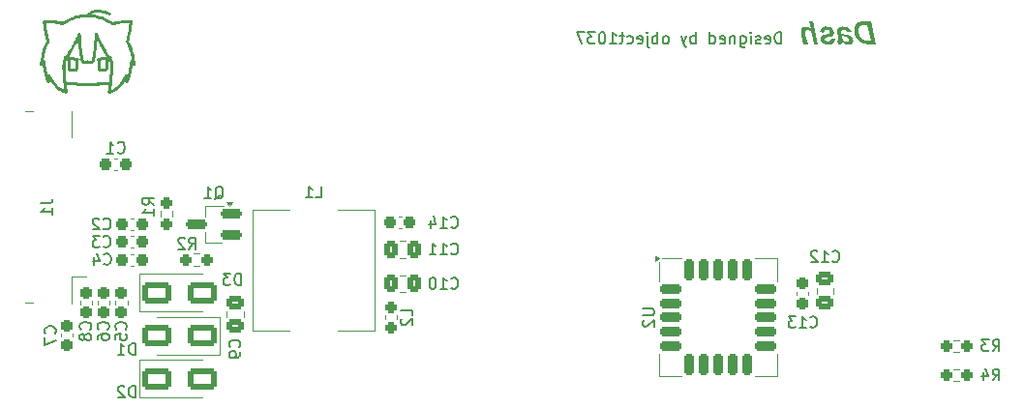
<source format=gbr>
%TF.GenerationSoftware,KiCad,Pcbnew,9.0.3*%
%TF.CreationDate,2025-08-31T00:36:59+09:00*%
%TF.ProjectId,dash,64617368-2e6b-4696-9361-645f70636258,rev?*%
%TF.SameCoordinates,Original*%
%TF.FileFunction,Legend,Bot*%
%TF.FilePolarity,Positive*%
%FSLAX46Y46*%
G04 Gerber Fmt 4.6, Leading zero omitted, Abs format (unit mm)*
G04 Created by KiCad (PCBNEW 9.0.3) date 2025-08-31 00:36:59*
%MOMM*%
%LPD*%
G01*
G04 APERTURE LIST*
G04 Aperture macros list*
%AMRoundRect*
0 Rectangle with rounded corners*
0 $1 Rounding radius*
0 $2 $3 $4 $5 $6 $7 $8 $9 X,Y pos of 4 corners*
0 Add a 4 corners polygon primitive as box body*
4,1,4,$2,$3,$4,$5,$6,$7,$8,$9,$2,$3,0*
0 Add four circle primitives for the rounded corners*
1,1,$1+$1,$2,$3*
1,1,$1+$1,$4,$5*
1,1,$1+$1,$6,$7*
1,1,$1+$1,$8,$9*
0 Add four rect primitives between the rounded corners*
20,1,$1+$1,$2,$3,$4,$5,0*
20,1,$1+$1,$4,$5,$6,$7,0*
20,1,$1+$1,$6,$7,$8,$9,0*
20,1,$1+$1,$8,$9,$2,$3,0*%
G04 Aperture macros list end*
%ADD10C,0.250000*%
%ADD11C,0.153000*%
%ADD12C,0.120000*%
%ADD13C,0.000000*%
%ADD14O,3.000000X1.500000*%
%ADD15RoundRect,0.250000X1.000000X0.650000X-1.000000X0.650000X-1.000000X-0.650000X1.000000X-0.650000X0*%
%ADD16RoundRect,0.250000X-1.000000X-0.650000X1.000000X-0.650000X1.000000X0.650000X-1.000000X0.650000X0*%
%ADD17RoundRect,0.237500X0.250000X0.237500X-0.250000X0.237500X-0.250000X-0.237500X0.250000X-0.237500X0*%
%ADD18RoundRect,0.237500X-0.237500X0.300000X-0.237500X-0.300000X0.237500X-0.300000X0.237500X0.300000X0*%
%ADD19R,1.300000X0.300000*%
%ADD20R,3.000000X2.000000*%
%ADD21RoundRect,0.237500X-0.237500X0.250000X-0.237500X-0.250000X0.237500X-0.250000X0.237500X0.250000X0*%
%ADD22RoundRect,0.200000X0.750000X0.200000X-0.750000X0.200000X-0.750000X-0.200000X0.750000X-0.200000X0*%
%ADD23RoundRect,0.237500X-0.300000X-0.237500X0.300000X-0.237500X0.300000X0.237500X-0.300000X0.237500X0*%
%ADD24RoundRect,0.250000X-0.337500X-0.475000X0.337500X-0.475000X0.337500X0.475000X-0.337500X0.475000X0*%
%ADD25RoundRect,0.237500X0.237500X-0.300000X0.237500X0.300000X-0.237500X0.300000X-0.237500X-0.300000X0*%
%ADD26RoundRect,0.250000X0.475000X-0.337500X0.475000X0.337500X-0.475000X0.337500X-0.475000X-0.337500X0*%
%ADD27R,3.600000X2.700000*%
%ADD28RoundRect,0.237500X0.300000X0.237500X-0.300000X0.237500X-0.300000X-0.237500X0.300000X-0.237500X0*%
%ADD29RoundRect,0.237500X0.237500X-0.287500X0.237500X0.287500X-0.237500X0.287500X-0.237500X-0.287500X0*%
%ADD30RoundRect,0.212500X-0.212500X0.737500X-0.212500X-0.737500X0.212500X-0.737500X0.212500X0.737500X0*%
%ADD31RoundRect,0.212500X-0.737500X0.212500X-0.737500X-0.212500X0.737500X-0.212500X0.737500X0.212500X0*%
%ADD32R,4.800000X4.800000*%
G04 APERTURE END LIST*
D10*
G36*
X162430024Y-66310000D02*
G01*
X161752494Y-66310000D01*
X161646459Y-66306125D01*
X161544086Y-66294632D01*
X161446194Y-66275862D01*
X161352320Y-66249960D01*
X161263098Y-66217299D01*
X161178248Y-66177961D01*
X161098189Y-66132274D01*
X161022869Y-66080326D01*
X160887250Y-65958430D01*
X160772653Y-65813366D01*
X160680627Y-65646051D01*
X160613036Y-65457360D01*
X160572017Y-65248267D01*
X160562248Y-65085488D01*
X160934891Y-65085488D01*
X160938744Y-65194258D01*
X160950085Y-65296369D01*
X160968216Y-65390214D01*
X160992956Y-65477508D01*
X161023473Y-65557016D01*
X161059797Y-65630063D01*
X161101141Y-65695898D01*
X161147584Y-65755309D01*
X161198620Y-65808042D01*
X161254143Y-65854302D01*
X161378133Y-65927482D01*
X161518768Y-65974351D01*
X161675327Y-65993387D01*
X161699249Y-65993705D01*
X162001622Y-65993705D01*
X161713293Y-64641210D01*
X161413729Y-64641210D01*
X161321521Y-64645149D01*
X161239793Y-64657091D01*
X161176418Y-64674348D01*
X161120803Y-64698060D01*
X161076610Y-64725498D01*
X161038648Y-64758536D01*
X160982437Y-64838716D01*
X160947521Y-64944325D01*
X160934891Y-65085488D01*
X160562248Y-65085488D01*
X160559734Y-65043600D01*
X160563642Y-64949313D01*
X160575366Y-64861181D01*
X160593543Y-64783946D01*
X160618645Y-64712361D01*
X160649025Y-64649462D01*
X160685699Y-64591865D01*
X160727423Y-64540992D01*
X160775105Y-64495292D01*
X160888010Y-64419883D01*
X161027759Y-64365050D01*
X161199236Y-64332470D01*
X161349249Y-64324794D01*
X162010048Y-64324794D01*
X162430024Y-66310000D01*
G37*
G36*
X159669550Y-64782014D02*
G01*
X159767992Y-64793723D01*
X159850350Y-64811393D01*
X159925174Y-64835656D01*
X159989415Y-64864693D01*
X160047577Y-64899623D01*
X160145373Y-64985343D01*
X160225156Y-65096633D01*
X160290574Y-65241723D01*
X160300471Y-65270868D01*
X159939235Y-65287721D01*
X159914321Y-65224660D01*
X159883972Y-65172170D01*
X159853538Y-65135822D01*
X159818182Y-65106519D01*
X159735839Y-65069492D01*
X159624515Y-65055400D01*
X159614392Y-65055324D01*
X159554705Y-65059207D01*
X159506422Y-65070756D01*
X159473495Y-65086641D01*
X159447822Y-65107952D01*
X159417065Y-65163412D01*
X159407274Y-65240094D01*
X159421226Y-65361714D01*
X159424005Y-65380045D01*
X159914078Y-65475300D01*
X160020080Y-65500186D01*
X160114384Y-65530888D01*
X160189086Y-65563506D01*
X160254539Y-65601065D01*
X160306541Y-65639995D01*
X160350869Y-65683290D01*
X160385935Y-65728565D01*
X160414172Y-65777952D01*
X160450192Y-65888531D01*
X160460083Y-65998712D01*
X160456224Y-66055959D01*
X160444838Y-66108220D01*
X160426986Y-66153849D01*
X160402657Y-66194692D01*
X160335943Y-66261483D01*
X160243368Y-66309638D01*
X160121529Y-66336914D01*
X160039986Y-66341263D01*
X159962808Y-66337429D01*
X159889958Y-66326223D01*
X159821168Y-66307937D01*
X159757167Y-66283079D01*
X159643155Y-66214541D01*
X159550069Y-66123249D01*
X159524877Y-66089326D01*
X159527644Y-66122408D01*
X159523773Y-66166449D01*
X159512013Y-66205363D01*
X159494516Y-66235788D01*
X159470502Y-66261498D01*
X159403107Y-66298496D01*
X159300684Y-66316798D01*
X159264392Y-66317815D01*
X159130059Y-66306702D01*
X159074005Y-66046339D01*
X159124441Y-66046339D01*
X159159141Y-66042038D01*
X159181357Y-66027562D01*
X159191608Y-65990286D01*
X159177967Y-65900525D01*
X159141116Y-65733499D01*
X159116904Y-65621357D01*
X159468824Y-65621357D01*
X159480156Y-65674040D01*
X159496789Y-65747508D01*
X159513200Y-65809138D01*
X159535963Y-65864519D01*
X159564069Y-65912685D01*
X159597586Y-65954827D01*
X159679457Y-66020951D01*
X159781471Y-66063527D01*
X159904429Y-66080713D01*
X159919574Y-66080900D01*
X159971138Y-66076992D01*
X160012711Y-66065268D01*
X160040364Y-66049266D01*
X160061430Y-66027680D01*
X160084378Y-65970307D01*
X160087613Y-65929591D01*
X160083651Y-65879292D01*
X160071551Y-65835946D01*
X160054071Y-65803335D01*
X160029920Y-65775225D01*
X159960268Y-65730803D01*
X159846789Y-65697072D01*
X159468824Y-65621357D01*
X159116904Y-65621357D01*
X159079579Y-65448475D01*
X159057489Y-65317003D01*
X159048848Y-65212128D01*
X159052781Y-65138740D01*
X159064678Y-65071875D01*
X159082508Y-65016875D01*
X159107141Y-64967393D01*
X159136676Y-64925877D01*
X159172444Y-64889373D01*
X159261992Y-64832112D01*
X159381705Y-64794188D01*
X159540795Y-64778282D01*
X159561270Y-64778108D01*
X159669550Y-64782014D01*
G37*
G36*
X159527686Y-66122909D02*
G01*
X159527644Y-66122408D01*
X159527686Y-66121933D01*
X159527686Y-66122909D01*
G37*
G36*
X158290352Y-66341263D02*
G01*
X158187607Y-66337377D01*
X158091130Y-66325809D01*
X158005428Y-66307714D01*
X157926560Y-66282850D01*
X157859045Y-66253363D01*
X157798527Y-66218076D01*
X157748534Y-66179801D01*
X157705470Y-66136591D01*
X157671394Y-66091157D01*
X157644200Y-66041430D01*
X157624697Y-65989153D01*
X157612264Y-65932963D01*
X157607083Y-65862424D01*
X157611176Y-65793509D01*
X157624203Y-65731593D01*
X157642428Y-65685539D01*
X157668092Y-65643676D01*
X157738777Y-65575362D01*
X157846745Y-65517455D01*
X158012702Y-65466565D01*
X158119504Y-65444891D01*
X158226777Y-65421736D01*
X158306143Y-65393841D01*
X158345373Y-65371130D01*
X158373738Y-65344567D01*
X158389979Y-65318276D01*
X158399347Y-65288248D01*
X158402337Y-65254260D01*
X158398399Y-65211384D01*
X158386465Y-65172043D01*
X158368237Y-65139581D01*
X158342926Y-65111358D01*
X158311711Y-65088732D01*
X158273666Y-65071124D01*
X158174822Y-65053002D01*
X158153087Y-65052515D01*
X158092181Y-65056490D01*
X158039547Y-65068681D01*
X158001157Y-65085841D01*
X157968607Y-65109499D01*
X157923014Y-65172328D01*
X157896606Y-65264846D01*
X157892725Y-65299200D01*
X157528681Y-65282348D01*
X157540143Y-65201780D01*
X157558866Y-65128021D01*
X157582826Y-65065595D01*
X157613131Y-65009158D01*
X157647937Y-64961004D01*
X157688560Y-64918372D01*
X157785745Y-64850690D01*
X157908483Y-64804247D01*
X158062978Y-64780430D01*
X158136357Y-64778108D01*
X158232605Y-64781931D01*
X158320215Y-64793057D01*
X158397849Y-64810544D01*
X158467578Y-64834065D01*
X158528821Y-64862724D01*
X158582731Y-64896329D01*
X158629516Y-64934445D01*
X158669322Y-64976587D01*
X158729650Y-65073125D01*
X158764044Y-65185107D01*
X158771877Y-65276730D01*
X158767959Y-65340137D01*
X158756163Y-65397974D01*
X158738146Y-65446800D01*
X158713261Y-65491222D01*
X158644163Y-65566390D01*
X158543133Y-65628966D01*
X158398212Y-65680687D01*
X158270690Y-65708307D01*
X158146847Y-65733626D01*
X158062513Y-65761535D01*
X158025205Y-65782559D01*
X157999989Y-65806563D01*
X157979005Y-65857775D01*
X157976744Y-65890390D01*
X157980561Y-65927024D01*
X157991644Y-65959117D01*
X158032876Y-66009720D01*
X158102380Y-66046059D01*
X158207152Y-66065491D01*
X158251151Y-66066978D01*
X158315436Y-66063003D01*
X158371447Y-66050812D01*
X158412888Y-66033557D01*
X158448432Y-66009743D01*
X158499282Y-65946824D01*
X158530888Y-65855595D01*
X158536671Y-65820293D01*
X158900715Y-65837145D01*
X158889977Y-65914205D01*
X158871857Y-65985588D01*
X158848066Y-66047343D01*
X158817715Y-66103721D01*
X158782482Y-66152511D01*
X158741202Y-66196057D01*
X158694680Y-66233631D01*
X158642279Y-66265836D01*
X158518210Y-66313986D01*
X158364416Y-66338758D01*
X158290352Y-66341263D01*
G37*
G36*
X157395446Y-66310000D02*
G01*
X157037020Y-66310000D01*
X156855059Y-65442693D01*
X156834966Y-65366862D01*
X156809098Y-65299683D01*
X156779207Y-65243363D01*
X156744667Y-65194963D01*
X156707172Y-65155690D01*
X156665931Y-65123781D01*
X156574747Y-65082362D01*
X156476971Y-65069368D01*
X156424836Y-65073243D01*
X156380525Y-65084739D01*
X156347500Y-65101360D01*
X156320841Y-65123806D01*
X156287738Y-65182393D01*
X156278157Y-65251817D01*
X156291250Y-65382692D01*
X156309054Y-65465163D01*
X156488206Y-66310000D01*
X156129780Y-66310000D01*
X155956245Y-65490443D01*
X155930836Y-65361672D01*
X155913234Y-65215917D01*
X155911427Y-65164745D01*
X155915332Y-65097733D01*
X155927039Y-65035995D01*
X155944987Y-64983478D01*
X155969704Y-64936204D01*
X155999409Y-64896473D01*
X156035189Y-64862013D01*
X156076168Y-64833596D01*
X156122971Y-64810757D01*
X156235918Y-64782589D01*
X156311863Y-64778108D01*
X156381293Y-64782034D01*
X156448364Y-64793885D01*
X156510348Y-64812869D01*
X156569526Y-64839388D01*
X156624297Y-64872634D01*
X156675820Y-64913242D01*
X156765422Y-65013314D01*
X156617044Y-64324794D01*
X156975348Y-64324794D01*
X157395446Y-66310000D01*
G37*
D11*
X154161247Y-66269663D02*
X154161247Y-65269663D01*
X154161247Y-65269663D02*
X153923152Y-65269663D01*
X153923152Y-65269663D02*
X153780295Y-65317282D01*
X153780295Y-65317282D02*
X153685057Y-65412520D01*
X153685057Y-65412520D02*
X153637438Y-65507758D01*
X153637438Y-65507758D02*
X153589819Y-65698234D01*
X153589819Y-65698234D02*
X153589819Y-65841091D01*
X153589819Y-65841091D02*
X153637438Y-66031567D01*
X153637438Y-66031567D02*
X153685057Y-66126805D01*
X153685057Y-66126805D02*
X153780295Y-66222044D01*
X153780295Y-66222044D02*
X153923152Y-66269663D01*
X153923152Y-66269663D02*
X154161247Y-66269663D01*
X152780295Y-66222044D02*
X152875533Y-66269663D01*
X152875533Y-66269663D02*
X153066009Y-66269663D01*
X153066009Y-66269663D02*
X153161247Y-66222044D01*
X153161247Y-66222044D02*
X153208866Y-66126805D01*
X153208866Y-66126805D02*
X153208866Y-65745853D01*
X153208866Y-65745853D02*
X153161247Y-65650615D01*
X153161247Y-65650615D02*
X153066009Y-65602996D01*
X153066009Y-65602996D02*
X152875533Y-65602996D01*
X152875533Y-65602996D02*
X152780295Y-65650615D01*
X152780295Y-65650615D02*
X152732676Y-65745853D01*
X152732676Y-65745853D02*
X152732676Y-65841091D01*
X152732676Y-65841091D02*
X153208866Y-65936329D01*
X152351723Y-66222044D02*
X152256485Y-66269663D01*
X152256485Y-66269663D02*
X152066009Y-66269663D01*
X152066009Y-66269663D02*
X151970771Y-66222044D01*
X151970771Y-66222044D02*
X151923152Y-66126805D01*
X151923152Y-66126805D02*
X151923152Y-66079186D01*
X151923152Y-66079186D02*
X151970771Y-65983948D01*
X151970771Y-65983948D02*
X152066009Y-65936329D01*
X152066009Y-65936329D02*
X152208866Y-65936329D01*
X152208866Y-65936329D02*
X152304104Y-65888710D01*
X152304104Y-65888710D02*
X152351723Y-65793472D01*
X152351723Y-65793472D02*
X152351723Y-65745853D01*
X152351723Y-65745853D02*
X152304104Y-65650615D01*
X152304104Y-65650615D02*
X152208866Y-65602996D01*
X152208866Y-65602996D02*
X152066009Y-65602996D01*
X152066009Y-65602996D02*
X151970771Y-65650615D01*
X151494580Y-66269663D02*
X151494580Y-65602996D01*
X151494580Y-65269663D02*
X151542199Y-65317282D01*
X151542199Y-65317282D02*
X151494580Y-65364901D01*
X151494580Y-65364901D02*
X151446961Y-65317282D01*
X151446961Y-65317282D02*
X151494580Y-65269663D01*
X151494580Y-65269663D02*
X151494580Y-65364901D01*
X150589819Y-65602996D02*
X150589819Y-66412520D01*
X150589819Y-66412520D02*
X150637438Y-66507758D01*
X150637438Y-66507758D02*
X150685057Y-66555377D01*
X150685057Y-66555377D02*
X150780295Y-66602996D01*
X150780295Y-66602996D02*
X150923152Y-66602996D01*
X150923152Y-66602996D02*
X151018390Y-66555377D01*
X150589819Y-66222044D02*
X150685057Y-66269663D01*
X150685057Y-66269663D02*
X150875533Y-66269663D01*
X150875533Y-66269663D02*
X150970771Y-66222044D01*
X150970771Y-66222044D02*
X151018390Y-66174424D01*
X151018390Y-66174424D02*
X151066009Y-66079186D01*
X151066009Y-66079186D02*
X151066009Y-65793472D01*
X151066009Y-65793472D02*
X151018390Y-65698234D01*
X151018390Y-65698234D02*
X150970771Y-65650615D01*
X150970771Y-65650615D02*
X150875533Y-65602996D01*
X150875533Y-65602996D02*
X150685057Y-65602996D01*
X150685057Y-65602996D02*
X150589819Y-65650615D01*
X150113628Y-65602996D02*
X150113628Y-66269663D01*
X150113628Y-65698234D02*
X150066009Y-65650615D01*
X150066009Y-65650615D02*
X149970771Y-65602996D01*
X149970771Y-65602996D02*
X149827914Y-65602996D01*
X149827914Y-65602996D02*
X149732676Y-65650615D01*
X149732676Y-65650615D02*
X149685057Y-65745853D01*
X149685057Y-65745853D02*
X149685057Y-66269663D01*
X148827914Y-66222044D02*
X148923152Y-66269663D01*
X148923152Y-66269663D02*
X149113628Y-66269663D01*
X149113628Y-66269663D02*
X149208866Y-66222044D01*
X149208866Y-66222044D02*
X149256485Y-66126805D01*
X149256485Y-66126805D02*
X149256485Y-65745853D01*
X149256485Y-65745853D02*
X149208866Y-65650615D01*
X149208866Y-65650615D02*
X149113628Y-65602996D01*
X149113628Y-65602996D02*
X148923152Y-65602996D01*
X148923152Y-65602996D02*
X148827914Y-65650615D01*
X148827914Y-65650615D02*
X148780295Y-65745853D01*
X148780295Y-65745853D02*
X148780295Y-65841091D01*
X148780295Y-65841091D02*
X149256485Y-65936329D01*
X147923152Y-66269663D02*
X147923152Y-65269663D01*
X147923152Y-66222044D02*
X148018390Y-66269663D01*
X148018390Y-66269663D02*
X148208866Y-66269663D01*
X148208866Y-66269663D02*
X148304104Y-66222044D01*
X148304104Y-66222044D02*
X148351723Y-66174424D01*
X148351723Y-66174424D02*
X148399342Y-66079186D01*
X148399342Y-66079186D02*
X148399342Y-65793472D01*
X148399342Y-65793472D02*
X148351723Y-65698234D01*
X148351723Y-65698234D02*
X148304104Y-65650615D01*
X148304104Y-65650615D02*
X148208866Y-65602996D01*
X148208866Y-65602996D02*
X148018390Y-65602996D01*
X148018390Y-65602996D02*
X147923152Y-65650615D01*
X146685056Y-66269663D02*
X146685056Y-65269663D01*
X146685056Y-65650615D02*
X146589818Y-65602996D01*
X146589818Y-65602996D02*
X146399342Y-65602996D01*
X146399342Y-65602996D02*
X146304104Y-65650615D01*
X146304104Y-65650615D02*
X146256485Y-65698234D01*
X146256485Y-65698234D02*
X146208866Y-65793472D01*
X146208866Y-65793472D02*
X146208866Y-66079186D01*
X146208866Y-66079186D02*
X146256485Y-66174424D01*
X146256485Y-66174424D02*
X146304104Y-66222044D01*
X146304104Y-66222044D02*
X146399342Y-66269663D01*
X146399342Y-66269663D02*
X146589818Y-66269663D01*
X146589818Y-66269663D02*
X146685056Y-66222044D01*
X145875532Y-65602996D02*
X145637437Y-66269663D01*
X145399342Y-65602996D02*
X145637437Y-66269663D01*
X145637437Y-66269663D02*
X145732675Y-66507758D01*
X145732675Y-66507758D02*
X145780294Y-66555377D01*
X145780294Y-66555377D02*
X145875532Y-66602996D01*
X144113627Y-66269663D02*
X144208865Y-66222044D01*
X144208865Y-66222044D02*
X144256484Y-66174424D01*
X144256484Y-66174424D02*
X144304103Y-66079186D01*
X144304103Y-66079186D02*
X144304103Y-65793472D01*
X144304103Y-65793472D02*
X144256484Y-65698234D01*
X144256484Y-65698234D02*
X144208865Y-65650615D01*
X144208865Y-65650615D02*
X144113627Y-65602996D01*
X144113627Y-65602996D02*
X143970770Y-65602996D01*
X143970770Y-65602996D02*
X143875532Y-65650615D01*
X143875532Y-65650615D02*
X143827913Y-65698234D01*
X143827913Y-65698234D02*
X143780294Y-65793472D01*
X143780294Y-65793472D02*
X143780294Y-66079186D01*
X143780294Y-66079186D02*
X143827913Y-66174424D01*
X143827913Y-66174424D02*
X143875532Y-66222044D01*
X143875532Y-66222044D02*
X143970770Y-66269663D01*
X143970770Y-66269663D02*
X144113627Y-66269663D01*
X143351722Y-66269663D02*
X143351722Y-65269663D01*
X143351722Y-65650615D02*
X143256484Y-65602996D01*
X143256484Y-65602996D02*
X143066008Y-65602996D01*
X143066008Y-65602996D02*
X142970770Y-65650615D01*
X142970770Y-65650615D02*
X142923151Y-65698234D01*
X142923151Y-65698234D02*
X142875532Y-65793472D01*
X142875532Y-65793472D02*
X142875532Y-66079186D01*
X142875532Y-66079186D02*
X142923151Y-66174424D01*
X142923151Y-66174424D02*
X142970770Y-66222044D01*
X142970770Y-66222044D02*
X143066008Y-66269663D01*
X143066008Y-66269663D02*
X143256484Y-66269663D01*
X143256484Y-66269663D02*
X143351722Y-66222044D01*
X142446960Y-65602996D02*
X142446960Y-66460139D01*
X142446960Y-66460139D02*
X142494579Y-66555377D01*
X142494579Y-66555377D02*
X142589817Y-66602996D01*
X142589817Y-66602996D02*
X142637436Y-66602996D01*
X142446960Y-65269663D02*
X142494579Y-65317282D01*
X142494579Y-65317282D02*
X142446960Y-65364901D01*
X142446960Y-65364901D02*
X142399341Y-65317282D01*
X142399341Y-65317282D02*
X142446960Y-65269663D01*
X142446960Y-65269663D02*
X142446960Y-65364901D01*
X141589818Y-66222044D02*
X141685056Y-66269663D01*
X141685056Y-66269663D02*
X141875532Y-66269663D01*
X141875532Y-66269663D02*
X141970770Y-66222044D01*
X141970770Y-66222044D02*
X142018389Y-66126805D01*
X142018389Y-66126805D02*
X142018389Y-65745853D01*
X142018389Y-65745853D02*
X141970770Y-65650615D01*
X141970770Y-65650615D02*
X141875532Y-65602996D01*
X141875532Y-65602996D02*
X141685056Y-65602996D01*
X141685056Y-65602996D02*
X141589818Y-65650615D01*
X141589818Y-65650615D02*
X141542199Y-65745853D01*
X141542199Y-65745853D02*
X141542199Y-65841091D01*
X141542199Y-65841091D02*
X142018389Y-65936329D01*
X140685056Y-66222044D02*
X140780294Y-66269663D01*
X140780294Y-66269663D02*
X140970770Y-66269663D01*
X140970770Y-66269663D02*
X141066008Y-66222044D01*
X141066008Y-66222044D02*
X141113627Y-66174424D01*
X141113627Y-66174424D02*
X141161246Y-66079186D01*
X141161246Y-66079186D02*
X141161246Y-65793472D01*
X141161246Y-65793472D02*
X141113627Y-65698234D01*
X141113627Y-65698234D02*
X141066008Y-65650615D01*
X141066008Y-65650615D02*
X140970770Y-65602996D01*
X140970770Y-65602996D02*
X140780294Y-65602996D01*
X140780294Y-65602996D02*
X140685056Y-65650615D01*
X140399341Y-65602996D02*
X140018389Y-65602996D01*
X140256484Y-65269663D02*
X140256484Y-66126805D01*
X140256484Y-66126805D02*
X140208865Y-66222044D01*
X140208865Y-66222044D02*
X140113627Y-66269663D01*
X140113627Y-66269663D02*
X140018389Y-66269663D01*
X139161246Y-66269663D02*
X139732674Y-66269663D01*
X139446960Y-66269663D02*
X139446960Y-65269663D01*
X139446960Y-65269663D02*
X139542198Y-65412520D01*
X139542198Y-65412520D02*
X139637436Y-65507758D01*
X139637436Y-65507758D02*
X139732674Y-65555377D01*
X138542198Y-65269663D02*
X138446960Y-65269663D01*
X138446960Y-65269663D02*
X138351722Y-65317282D01*
X138351722Y-65317282D02*
X138304103Y-65364901D01*
X138304103Y-65364901D02*
X138256484Y-65460139D01*
X138256484Y-65460139D02*
X138208865Y-65650615D01*
X138208865Y-65650615D02*
X138208865Y-65888710D01*
X138208865Y-65888710D02*
X138256484Y-66079186D01*
X138256484Y-66079186D02*
X138304103Y-66174424D01*
X138304103Y-66174424D02*
X138351722Y-66222044D01*
X138351722Y-66222044D02*
X138446960Y-66269663D01*
X138446960Y-66269663D02*
X138542198Y-66269663D01*
X138542198Y-66269663D02*
X138637436Y-66222044D01*
X138637436Y-66222044D02*
X138685055Y-66174424D01*
X138685055Y-66174424D02*
X138732674Y-66079186D01*
X138732674Y-66079186D02*
X138780293Y-65888710D01*
X138780293Y-65888710D02*
X138780293Y-65650615D01*
X138780293Y-65650615D02*
X138732674Y-65460139D01*
X138732674Y-65460139D02*
X138685055Y-65364901D01*
X138685055Y-65364901D02*
X138637436Y-65317282D01*
X138637436Y-65317282D02*
X138542198Y-65269663D01*
X137875531Y-65269663D02*
X137256484Y-65269663D01*
X137256484Y-65269663D02*
X137589817Y-65650615D01*
X137589817Y-65650615D02*
X137446960Y-65650615D01*
X137446960Y-65650615D02*
X137351722Y-65698234D01*
X137351722Y-65698234D02*
X137304103Y-65745853D01*
X137304103Y-65745853D02*
X137256484Y-65841091D01*
X137256484Y-65841091D02*
X137256484Y-66079186D01*
X137256484Y-66079186D02*
X137304103Y-66174424D01*
X137304103Y-66174424D02*
X137351722Y-66222044D01*
X137351722Y-66222044D02*
X137446960Y-66269663D01*
X137446960Y-66269663D02*
X137732674Y-66269663D01*
X137732674Y-66269663D02*
X137827912Y-66222044D01*
X137827912Y-66222044D02*
X137875531Y-66174424D01*
X136923150Y-65269663D02*
X136256484Y-65269663D01*
X136256484Y-65269663D02*
X136685055Y-66269663D01*
X97638094Y-93504663D02*
X97638094Y-92504663D01*
X97638094Y-92504663D02*
X97399999Y-92504663D01*
X97399999Y-92504663D02*
X97257142Y-92552282D01*
X97257142Y-92552282D02*
X97161904Y-92647520D01*
X97161904Y-92647520D02*
X97114285Y-92742758D01*
X97114285Y-92742758D02*
X97066666Y-92933234D01*
X97066666Y-92933234D02*
X97066666Y-93076091D01*
X97066666Y-93076091D02*
X97114285Y-93266567D01*
X97114285Y-93266567D02*
X97161904Y-93361805D01*
X97161904Y-93361805D02*
X97257142Y-93457044D01*
X97257142Y-93457044D02*
X97399999Y-93504663D01*
X97399999Y-93504663D02*
X97638094Y-93504663D01*
X96114285Y-93504663D02*
X96685713Y-93504663D01*
X96399999Y-93504663D02*
X96399999Y-92504663D01*
X96399999Y-92504663D02*
X96495237Y-92647520D01*
X96495237Y-92647520D02*
X96590475Y-92742758D01*
X96590475Y-92742758D02*
X96685713Y-92790377D01*
X106888094Y-87404663D02*
X106888094Y-86404663D01*
X106888094Y-86404663D02*
X106649999Y-86404663D01*
X106649999Y-86404663D02*
X106507142Y-86452282D01*
X106507142Y-86452282D02*
X106411904Y-86547520D01*
X106411904Y-86547520D02*
X106364285Y-86642758D01*
X106364285Y-86642758D02*
X106316666Y-86833234D01*
X106316666Y-86833234D02*
X106316666Y-86976091D01*
X106316666Y-86976091D02*
X106364285Y-87166567D01*
X106364285Y-87166567D02*
X106411904Y-87261805D01*
X106411904Y-87261805D02*
X106507142Y-87357044D01*
X106507142Y-87357044D02*
X106649999Y-87404663D01*
X106649999Y-87404663D02*
X106888094Y-87404663D01*
X105983332Y-86404663D02*
X105364285Y-86404663D01*
X105364285Y-86404663D02*
X105697618Y-86785615D01*
X105697618Y-86785615D02*
X105554761Y-86785615D01*
X105554761Y-86785615D02*
X105459523Y-86833234D01*
X105459523Y-86833234D02*
X105411904Y-86880853D01*
X105411904Y-86880853D02*
X105364285Y-86976091D01*
X105364285Y-86976091D02*
X105364285Y-87214186D01*
X105364285Y-87214186D02*
X105411904Y-87309424D01*
X105411904Y-87309424D02*
X105459523Y-87357044D01*
X105459523Y-87357044D02*
X105554761Y-87404663D01*
X105554761Y-87404663D02*
X105840475Y-87404663D01*
X105840475Y-87404663D02*
X105935713Y-87357044D01*
X105935713Y-87357044D02*
X105983332Y-87309424D01*
X102366666Y-84254663D02*
X102699999Y-83778472D01*
X102938094Y-84254663D02*
X102938094Y-83254663D01*
X102938094Y-83254663D02*
X102557142Y-83254663D01*
X102557142Y-83254663D02*
X102461904Y-83302282D01*
X102461904Y-83302282D02*
X102414285Y-83349901D01*
X102414285Y-83349901D02*
X102366666Y-83445139D01*
X102366666Y-83445139D02*
X102366666Y-83587996D01*
X102366666Y-83587996D02*
X102414285Y-83683234D01*
X102414285Y-83683234D02*
X102461904Y-83730853D01*
X102461904Y-83730853D02*
X102557142Y-83778472D01*
X102557142Y-83778472D02*
X102938094Y-83778472D01*
X101985713Y-83349901D02*
X101938094Y-83302282D01*
X101938094Y-83302282D02*
X101842856Y-83254663D01*
X101842856Y-83254663D02*
X101604761Y-83254663D01*
X101604761Y-83254663D02*
X101509523Y-83302282D01*
X101509523Y-83302282D02*
X101461904Y-83349901D01*
X101461904Y-83349901D02*
X101414285Y-83445139D01*
X101414285Y-83445139D02*
X101414285Y-83540377D01*
X101414285Y-83540377D02*
X101461904Y-83683234D01*
X101461904Y-83683234D02*
X102033332Y-84254663D01*
X102033332Y-84254663D02*
X101414285Y-84254663D01*
X172666666Y-95754663D02*
X172999999Y-95278472D01*
X173238094Y-95754663D02*
X173238094Y-94754663D01*
X173238094Y-94754663D02*
X172857142Y-94754663D01*
X172857142Y-94754663D02*
X172761904Y-94802282D01*
X172761904Y-94802282D02*
X172714285Y-94849901D01*
X172714285Y-94849901D02*
X172666666Y-94945139D01*
X172666666Y-94945139D02*
X172666666Y-95087996D01*
X172666666Y-95087996D02*
X172714285Y-95183234D01*
X172714285Y-95183234D02*
X172761904Y-95230853D01*
X172761904Y-95230853D02*
X172857142Y-95278472D01*
X172857142Y-95278472D02*
X173238094Y-95278472D01*
X171809523Y-95087996D02*
X171809523Y-95754663D01*
X172047618Y-94707044D02*
X172285713Y-95421329D01*
X172285713Y-95421329D02*
X171666666Y-95421329D01*
X93709424Y-91283333D02*
X93757044Y-91235714D01*
X93757044Y-91235714D02*
X93804663Y-91092857D01*
X93804663Y-91092857D02*
X93804663Y-90997619D01*
X93804663Y-90997619D02*
X93757044Y-90854762D01*
X93757044Y-90854762D02*
X93661805Y-90759524D01*
X93661805Y-90759524D02*
X93566567Y-90711905D01*
X93566567Y-90711905D02*
X93376091Y-90664286D01*
X93376091Y-90664286D02*
X93233234Y-90664286D01*
X93233234Y-90664286D02*
X93042758Y-90711905D01*
X93042758Y-90711905D02*
X92947520Y-90759524D01*
X92947520Y-90759524D02*
X92852282Y-90854762D01*
X92852282Y-90854762D02*
X92804663Y-90997619D01*
X92804663Y-90997619D02*
X92804663Y-91092857D01*
X92804663Y-91092857D02*
X92852282Y-91235714D01*
X92852282Y-91235714D02*
X92899901Y-91283333D01*
X93233234Y-91854762D02*
X93185615Y-91759524D01*
X93185615Y-91759524D02*
X93137996Y-91711905D01*
X93137996Y-91711905D02*
X93042758Y-91664286D01*
X93042758Y-91664286D02*
X92995139Y-91664286D01*
X92995139Y-91664286D02*
X92899901Y-91711905D01*
X92899901Y-91711905D02*
X92852282Y-91759524D01*
X92852282Y-91759524D02*
X92804663Y-91854762D01*
X92804663Y-91854762D02*
X92804663Y-92045238D01*
X92804663Y-92045238D02*
X92852282Y-92140476D01*
X92852282Y-92140476D02*
X92899901Y-92188095D01*
X92899901Y-92188095D02*
X92995139Y-92235714D01*
X92995139Y-92235714D02*
X93042758Y-92235714D01*
X93042758Y-92235714D02*
X93137996Y-92188095D01*
X93137996Y-92188095D02*
X93185615Y-92140476D01*
X93185615Y-92140476D02*
X93233234Y-92045238D01*
X93233234Y-92045238D02*
X93233234Y-91854762D01*
X93233234Y-91854762D02*
X93280853Y-91759524D01*
X93280853Y-91759524D02*
X93328472Y-91711905D01*
X93328472Y-91711905D02*
X93423710Y-91664286D01*
X93423710Y-91664286D02*
X93614186Y-91664286D01*
X93614186Y-91664286D02*
X93709424Y-91711905D01*
X93709424Y-91711905D02*
X93757044Y-91759524D01*
X93757044Y-91759524D02*
X93804663Y-91854762D01*
X93804663Y-91854762D02*
X93804663Y-92045238D01*
X93804663Y-92045238D02*
X93757044Y-92140476D01*
X93757044Y-92140476D02*
X93709424Y-92188095D01*
X93709424Y-92188095D02*
X93614186Y-92235714D01*
X93614186Y-92235714D02*
X93423710Y-92235714D01*
X93423710Y-92235714D02*
X93328472Y-92188095D01*
X93328472Y-92188095D02*
X93280853Y-92140476D01*
X93280853Y-92140476D02*
X93233234Y-92045238D01*
X172666666Y-93204663D02*
X172999999Y-92728472D01*
X173238094Y-93204663D02*
X173238094Y-92204663D01*
X173238094Y-92204663D02*
X172857142Y-92204663D01*
X172857142Y-92204663D02*
X172761904Y-92252282D01*
X172761904Y-92252282D02*
X172714285Y-92299901D01*
X172714285Y-92299901D02*
X172666666Y-92395139D01*
X172666666Y-92395139D02*
X172666666Y-92537996D01*
X172666666Y-92537996D02*
X172714285Y-92633234D01*
X172714285Y-92633234D02*
X172761904Y-92680853D01*
X172761904Y-92680853D02*
X172857142Y-92728472D01*
X172857142Y-92728472D02*
X173238094Y-92728472D01*
X172333332Y-92204663D02*
X171714285Y-92204663D01*
X171714285Y-92204663D02*
X172047618Y-92585615D01*
X172047618Y-92585615D02*
X171904761Y-92585615D01*
X171904761Y-92585615D02*
X171809523Y-92633234D01*
X171809523Y-92633234D02*
X171761904Y-92680853D01*
X171761904Y-92680853D02*
X171714285Y-92776091D01*
X171714285Y-92776091D02*
X171714285Y-93014186D01*
X171714285Y-93014186D02*
X171761904Y-93109424D01*
X171761904Y-93109424D02*
X171809523Y-93157044D01*
X171809523Y-93157044D02*
X171904761Y-93204663D01*
X171904761Y-93204663D02*
X172190475Y-93204663D01*
X172190475Y-93204663D02*
X172285713Y-93157044D01*
X172285713Y-93157044D02*
X172333332Y-93109424D01*
X89404663Y-80266666D02*
X90118948Y-80266666D01*
X90118948Y-80266666D02*
X90261805Y-80219047D01*
X90261805Y-80219047D02*
X90357044Y-80123809D01*
X90357044Y-80123809D02*
X90404663Y-79980952D01*
X90404663Y-79980952D02*
X90404663Y-79885714D01*
X90404663Y-81266666D02*
X90404663Y-80695238D01*
X90404663Y-80980952D02*
X89404663Y-80980952D01*
X89404663Y-80980952D02*
X89547520Y-80885714D01*
X89547520Y-80885714D02*
X89642758Y-80790476D01*
X89642758Y-80790476D02*
X89690377Y-80695238D01*
X99304663Y-80383333D02*
X98828472Y-80050000D01*
X99304663Y-79811905D02*
X98304663Y-79811905D01*
X98304663Y-79811905D02*
X98304663Y-80192857D01*
X98304663Y-80192857D02*
X98352282Y-80288095D01*
X98352282Y-80288095D02*
X98399901Y-80335714D01*
X98399901Y-80335714D02*
X98495139Y-80383333D01*
X98495139Y-80383333D02*
X98637996Y-80383333D01*
X98637996Y-80383333D02*
X98733234Y-80335714D01*
X98733234Y-80335714D02*
X98780853Y-80288095D01*
X98780853Y-80288095D02*
X98828472Y-80192857D01*
X98828472Y-80192857D02*
X98828472Y-79811905D01*
X99304663Y-81335714D02*
X99304663Y-80764286D01*
X99304663Y-81050000D02*
X98304663Y-81050000D01*
X98304663Y-81050000D02*
X98447520Y-80954762D01*
X98447520Y-80954762D02*
X98542758Y-80859524D01*
X98542758Y-80859524D02*
X98590377Y-80764286D01*
X104622925Y-79896996D02*
X104718163Y-79849377D01*
X104718163Y-79849377D02*
X104813401Y-79754139D01*
X104813401Y-79754139D02*
X104956258Y-79611281D01*
X104956258Y-79611281D02*
X105051496Y-79563662D01*
X105051496Y-79563662D02*
X105146734Y-79563662D01*
X105099115Y-79801758D02*
X105194353Y-79754139D01*
X105194353Y-79754139D02*
X105289591Y-79658900D01*
X105289591Y-79658900D02*
X105337210Y-79468424D01*
X105337210Y-79468424D02*
X105337210Y-79135091D01*
X105337210Y-79135091D02*
X105289591Y-78944615D01*
X105289591Y-78944615D02*
X105194353Y-78849377D01*
X105194353Y-78849377D02*
X105099115Y-78801758D01*
X105099115Y-78801758D02*
X104908639Y-78801758D01*
X104908639Y-78801758D02*
X104813401Y-78849377D01*
X104813401Y-78849377D02*
X104718163Y-78944615D01*
X104718163Y-78944615D02*
X104670544Y-79135091D01*
X104670544Y-79135091D02*
X104670544Y-79468424D01*
X104670544Y-79468424D02*
X104718163Y-79658900D01*
X104718163Y-79658900D02*
X104813401Y-79754139D01*
X104813401Y-79754139D02*
X104908639Y-79801758D01*
X104908639Y-79801758D02*
X105099115Y-79801758D01*
X103718163Y-79801758D02*
X104289591Y-79801758D01*
X104003877Y-79801758D02*
X104003877Y-78801758D01*
X104003877Y-78801758D02*
X104099115Y-78944615D01*
X104099115Y-78944615D02*
X104194353Y-79039853D01*
X104194353Y-79039853D02*
X104289591Y-79087472D01*
X94866666Y-84009424D02*
X94914285Y-84057044D01*
X94914285Y-84057044D02*
X95057142Y-84104663D01*
X95057142Y-84104663D02*
X95152380Y-84104663D01*
X95152380Y-84104663D02*
X95295237Y-84057044D01*
X95295237Y-84057044D02*
X95390475Y-83961805D01*
X95390475Y-83961805D02*
X95438094Y-83866567D01*
X95438094Y-83866567D02*
X95485713Y-83676091D01*
X95485713Y-83676091D02*
X95485713Y-83533234D01*
X95485713Y-83533234D02*
X95438094Y-83342758D01*
X95438094Y-83342758D02*
X95390475Y-83247520D01*
X95390475Y-83247520D02*
X95295237Y-83152282D01*
X95295237Y-83152282D02*
X95152380Y-83104663D01*
X95152380Y-83104663D02*
X95057142Y-83104663D01*
X95057142Y-83104663D02*
X94914285Y-83152282D01*
X94914285Y-83152282D02*
X94866666Y-83199901D01*
X94533332Y-83104663D02*
X93914285Y-83104663D01*
X93914285Y-83104663D02*
X94247618Y-83485615D01*
X94247618Y-83485615D02*
X94104761Y-83485615D01*
X94104761Y-83485615D02*
X94009523Y-83533234D01*
X94009523Y-83533234D02*
X93961904Y-83580853D01*
X93961904Y-83580853D02*
X93914285Y-83676091D01*
X93914285Y-83676091D02*
X93914285Y-83914186D01*
X93914285Y-83914186D02*
X93961904Y-84009424D01*
X93961904Y-84009424D02*
X94009523Y-84057044D01*
X94009523Y-84057044D02*
X94104761Y-84104663D01*
X94104761Y-84104663D02*
X94390475Y-84104663D01*
X94390475Y-84104663D02*
X94485713Y-84057044D01*
X94485713Y-84057044D02*
X94533332Y-84009424D01*
X125292857Y-87659424D02*
X125340476Y-87707044D01*
X125340476Y-87707044D02*
X125483333Y-87754663D01*
X125483333Y-87754663D02*
X125578571Y-87754663D01*
X125578571Y-87754663D02*
X125721428Y-87707044D01*
X125721428Y-87707044D02*
X125816666Y-87611805D01*
X125816666Y-87611805D02*
X125864285Y-87516567D01*
X125864285Y-87516567D02*
X125911904Y-87326091D01*
X125911904Y-87326091D02*
X125911904Y-87183234D01*
X125911904Y-87183234D02*
X125864285Y-86992758D01*
X125864285Y-86992758D02*
X125816666Y-86897520D01*
X125816666Y-86897520D02*
X125721428Y-86802282D01*
X125721428Y-86802282D02*
X125578571Y-86754663D01*
X125578571Y-86754663D02*
X125483333Y-86754663D01*
X125483333Y-86754663D02*
X125340476Y-86802282D01*
X125340476Y-86802282D02*
X125292857Y-86849901D01*
X124340476Y-87754663D02*
X124911904Y-87754663D01*
X124626190Y-87754663D02*
X124626190Y-86754663D01*
X124626190Y-86754663D02*
X124721428Y-86897520D01*
X124721428Y-86897520D02*
X124816666Y-86992758D01*
X124816666Y-86992758D02*
X124911904Y-87040377D01*
X123721428Y-86754663D02*
X123626190Y-86754663D01*
X123626190Y-86754663D02*
X123530952Y-86802282D01*
X123530952Y-86802282D02*
X123483333Y-86849901D01*
X123483333Y-86849901D02*
X123435714Y-86945139D01*
X123435714Y-86945139D02*
X123388095Y-87135615D01*
X123388095Y-87135615D02*
X123388095Y-87373710D01*
X123388095Y-87373710D02*
X123435714Y-87564186D01*
X123435714Y-87564186D02*
X123483333Y-87659424D01*
X123483333Y-87659424D02*
X123530952Y-87707044D01*
X123530952Y-87707044D02*
X123626190Y-87754663D01*
X123626190Y-87754663D02*
X123721428Y-87754663D01*
X123721428Y-87754663D02*
X123816666Y-87707044D01*
X123816666Y-87707044D02*
X123864285Y-87659424D01*
X123864285Y-87659424D02*
X123911904Y-87564186D01*
X123911904Y-87564186D02*
X123959523Y-87373710D01*
X123959523Y-87373710D02*
X123959523Y-87135615D01*
X123959523Y-87135615D02*
X123911904Y-86945139D01*
X123911904Y-86945139D02*
X123864285Y-86849901D01*
X123864285Y-86849901D02*
X123816666Y-86802282D01*
X123816666Y-86802282D02*
X123721428Y-86754663D01*
X90609424Y-91645833D02*
X90657044Y-91598214D01*
X90657044Y-91598214D02*
X90704663Y-91455357D01*
X90704663Y-91455357D02*
X90704663Y-91360119D01*
X90704663Y-91360119D02*
X90657044Y-91217262D01*
X90657044Y-91217262D02*
X90561805Y-91122024D01*
X90561805Y-91122024D02*
X90466567Y-91074405D01*
X90466567Y-91074405D02*
X90276091Y-91026786D01*
X90276091Y-91026786D02*
X90133234Y-91026786D01*
X90133234Y-91026786D02*
X89942758Y-91074405D01*
X89942758Y-91074405D02*
X89847520Y-91122024D01*
X89847520Y-91122024D02*
X89752282Y-91217262D01*
X89752282Y-91217262D02*
X89704663Y-91360119D01*
X89704663Y-91360119D02*
X89704663Y-91455357D01*
X89704663Y-91455357D02*
X89752282Y-91598214D01*
X89752282Y-91598214D02*
X89799901Y-91645833D01*
X89704663Y-91979167D02*
X89704663Y-92645833D01*
X89704663Y-92645833D02*
X90704663Y-92217262D01*
X95259424Y-91283333D02*
X95307044Y-91235714D01*
X95307044Y-91235714D02*
X95354663Y-91092857D01*
X95354663Y-91092857D02*
X95354663Y-90997619D01*
X95354663Y-90997619D02*
X95307044Y-90854762D01*
X95307044Y-90854762D02*
X95211805Y-90759524D01*
X95211805Y-90759524D02*
X95116567Y-90711905D01*
X95116567Y-90711905D02*
X94926091Y-90664286D01*
X94926091Y-90664286D02*
X94783234Y-90664286D01*
X94783234Y-90664286D02*
X94592758Y-90711905D01*
X94592758Y-90711905D02*
X94497520Y-90759524D01*
X94497520Y-90759524D02*
X94402282Y-90854762D01*
X94402282Y-90854762D02*
X94354663Y-90997619D01*
X94354663Y-90997619D02*
X94354663Y-91092857D01*
X94354663Y-91092857D02*
X94402282Y-91235714D01*
X94402282Y-91235714D02*
X94449901Y-91283333D01*
X94354663Y-92140476D02*
X94354663Y-91950000D01*
X94354663Y-91950000D02*
X94402282Y-91854762D01*
X94402282Y-91854762D02*
X94449901Y-91807143D01*
X94449901Y-91807143D02*
X94592758Y-91711905D01*
X94592758Y-91711905D02*
X94783234Y-91664286D01*
X94783234Y-91664286D02*
X95164186Y-91664286D01*
X95164186Y-91664286D02*
X95259424Y-91711905D01*
X95259424Y-91711905D02*
X95307044Y-91759524D01*
X95307044Y-91759524D02*
X95354663Y-91854762D01*
X95354663Y-91854762D02*
X95354663Y-92045238D01*
X95354663Y-92045238D02*
X95307044Y-92140476D01*
X95307044Y-92140476D02*
X95259424Y-92188095D01*
X95259424Y-92188095D02*
X95164186Y-92235714D01*
X95164186Y-92235714D02*
X94926091Y-92235714D01*
X94926091Y-92235714D02*
X94830853Y-92188095D01*
X94830853Y-92188095D02*
X94783234Y-92140476D01*
X94783234Y-92140476D02*
X94735615Y-92045238D01*
X94735615Y-92045238D02*
X94735615Y-91854762D01*
X94735615Y-91854762D02*
X94783234Y-91759524D01*
X94783234Y-91759524D02*
X94830853Y-91711905D01*
X94830853Y-91711905D02*
X94926091Y-91664286D01*
X94916666Y-85559424D02*
X94964285Y-85607044D01*
X94964285Y-85607044D02*
X95107142Y-85654663D01*
X95107142Y-85654663D02*
X95202380Y-85654663D01*
X95202380Y-85654663D02*
X95345237Y-85607044D01*
X95345237Y-85607044D02*
X95440475Y-85511805D01*
X95440475Y-85511805D02*
X95488094Y-85416567D01*
X95488094Y-85416567D02*
X95535713Y-85226091D01*
X95535713Y-85226091D02*
X95535713Y-85083234D01*
X95535713Y-85083234D02*
X95488094Y-84892758D01*
X95488094Y-84892758D02*
X95440475Y-84797520D01*
X95440475Y-84797520D02*
X95345237Y-84702282D01*
X95345237Y-84702282D02*
X95202380Y-84654663D01*
X95202380Y-84654663D02*
X95107142Y-84654663D01*
X95107142Y-84654663D02*
X94964285Y-84702282D01*
X94964285Y-84702282D02*
X94916666Y-84749901D01*
X94059523Y-84987996D02*
X94059523Y-85654663D01*
X94297618Y-84607044D02*
X94535713Y-85321329D01*
X94535713Y-85321329D02*
X93916666Y-85321329D01*
X125292857Y-82309424D02*
X125340476Y-82357044D01*
X125340476Y-82357044D02*
X125483333Y-82404663D01*
X125483333Y-82404663D02*
X125578571Y-82404663D01*
X125578571Y-82404663D02*
X125721428Y-82357044D01*
X125721428Y-82357044D02*
X125816666Y-82261805D01*
X125816666Y-82261805D02*
X125864285Y-82166567D01*
X125864285Y-82166567D02*
X125911904Y-81976091D01*
X125911904Y-81976091D02*
X125911904Y-81833234D01*
X125911904Y-81833234D02*
X125864285Y-81642758D01*
X125864285Y-81642758D02*
X125816666Y-81547520D01*
X125816666Y-81547520D02*
X125721428Y-81452282D01*
X125721428Y-81452282D02*
X125578571Y-81404663D01*
X125578571Y-81404663D02*
X125483333Y-81404663D01*
X125483333Y-81404663D02*
X125340476Y-81452282D01*
X125340476Y-81452282D02*
X125292857Y-81499901D01*
X124340476Y-82404663D02*
X124911904Y-82404663D01*
X124626190Y-82404663D02*
X124626190Y-81404663D01*
X124626190Y-81404663D02*
X124721428Y-81547520D01*
X124721428Y-81547520D02*
X124816666Y-81642758D01*
X124816666Y-81642758D02*
X124911904Y-81690377D01*
X123483333Y-81737996D02*
X123483333Y-82404663D01*
X123721428Y-81357044D02*
X123959523Y-82071329D01*
X123959523Y-82071329D02*
X123340476Y-82071329D01*
X158642857Y-85309424D02*
X158690476Y-85357044D01*
X158690476Y-85357044D02*
X158833333Y-85404663D01*
X158833333Y-85404663D02*
X158928571Y-85404663D01*
X158928571Y-85404663D02*
X159071428Y-85357044D01*
X159071428Y-85357044D02*
X159166666Y-85261805D01*
X159166666Y-85261805D02*
X159214285Y-85166567D01*
X159214285Y-85166567D02*
X159261904Y-84976091D01*
X159261904Y-84976091D02*
X159261904Y-84833234D01*
X159261904Y-84833234D02*
X159214285Y-84642758D01*
X159214285Y-84642758D02*
X159166666Y-84547520D01*
X159166666Y-84547520D02*
X159071428Y-84452282D01*
X159071428Y-84452282D02*
X158928571Y-84404663D01*
X158928571Y-84404663D02*
X158833333Y-84404663D01*
X158833333Y-84404663D02*
X158690476Y-84452282D01*
X158690476Y-84452282D02*
X158642857Y-84499901D01*
X157690476Y-85404663D02*
X158261904Y-85404663D01*
X157976190Y-85404663D02*
X157976190Y-84404663D01*
X157976190Y-84404663D02*
X158071428Y-84547520D01*
X158071428Y-84547520D02*
X158166666Y-84642758D01*
X158166666Y-84642758D02*
X158261904Y-84690377D01*
X157309523Y-84499901D02*
X157261904Y-84452282D01*
X157261904Y-84452282D02*
X157166666Y-84404663D01*
X157166666Y-84404663D02*
X156928571Y-84404663D01*
X156928571Y-84404663D02*
X156833333Y-84452282D01*
X156833333Y-84452282D02*
X156785714Y-84499901D01*
X156785714Y-84499901D02*
X156738095Y-84595139D01*
X156738095Y-84595139D02*
X156738095Y-84690377D01*
X156738095Y-84690377D02*
X156785714Y-84833234D01*
X156785714Y-84833234D02*
X157357142Y-85404663D01*
X157357142Y-85404663D02*
X156738095Y-85404663D01*
X113416666Y-79754663D02*
X113892856Y-79754663D01*
X113892856Y-79754663D02*
X113892856Y-78754663D01*
X112559523Y-79754663D02*
X113130951Y-79754663D01*
X112845237Y-79754663D02*
X112845237Y-78754663D01*
X112845237Y-78754663D02*
X112940475Y-78897520D01*
X112940475Y-78897520D02*
X113035713Y-78992758D01*
X113035713Y-78992758D02*
X113130951Y-79040377D01*
X94866666Y-82459424D02*
X94914285Y-82507044D01*
X94914285Y-82507044D02*
X95057142Y-82554663D01*
X95057142Y-82554663D02*
X95152380Y-82554663D01*
X95152380Y-82554663D02*
X95295237Y-82507044D01*
X95295237Y-82507044D02*
X95390475Y-82411805D01*
X95390475Y-82411805D02*
X95438094Y-82316567D01*
X95438094Y-82316567D02*
X95485713Y-82126091D01*
X95485713Y-82126091D02*
X95485713Y-81983234D01*
X95485713Y-81983234D02*
X95438094Y-81792758D01*
X95438094Y-81792758D02*
X95390475Y-81697520D01*
X95390475Y-81697520D02*
X95295237Y-81602282D01*
X95295237Y-81602282D02*
X95152380Y-81554663D01*
X95152380Y-81554663D02*
X95057142Y-81554663D01*
X95057142Y-81554663D02*
X94914285Y-81602282D01*
X94914285Y-81602282D02*
X94866666Y-81649901D01*
X94485713Y-81649901D02*
X94438094Y-81602282D01*
X94438094Y-81602282D02*
X94342856Y-81554663D01*
X94342856Y-81554663D02*
X94104761Y-81554663D01*
X94104761Y-81554663D02*
X94009523Y-81602282D01*
X94009523Y-81602282D02*
X93961904Y-81649901D01*
X93961904Y-81649901D02*
X93914285Y-81745139D01*
X93914285Y-81745139D02*
X93914285Y-81840377D01*
X93914285Y-81840377D02*
X93961904Y-81983234D01*
X93961904Y-81983234D02*
X94533332Y-82554663D01*
X94533332Y-82554663D02*
X93914285Y-82554663D01*
X156692857Y-91059424D02*
X156740476Y-91107044D01*
X156740476Y-91107044D02*
X156883333Y-91154663D01*
X156883333Y-91154663D02*
X156978571Y-91154663D01*
X156978571Y-91154663D02*
X157121428Y-91107044D01*
X157121428Y-91107044D02*
X157216666Y-91011805D01*
X157216666Y-91011805D02*
X157264285Y-90916567D01*
X157264285Y-90916567D02*
X157311904Y-90726091D01*
X157311904Y-90726091D02*
X157311904Y-90583234D01*
X157311904Y-90583234D02*
X157264285Y-90392758D01*
X157264285Y-90392758D02*
X157216666Y-90297520D01*
X157216666Y-90297520D02*
X157121428Y-90202282D01*
X157121428Y-90202282D02*
X156978571Y-90154663D01*
X156978571Y-90154663D02*
X156883333Y-90154663D01*
X156883333Y-90154663D02*
X156740476Y-90202282D01*
X156740476Y-90202282D02*
X156692857Y-90249901D01*
X155740476Y-91154663D02*
X156311904Y-91154663D01*
X156026190Y-91154663D02*
X156026190Y-90154663D01*
X156026190Y-90154663D02*
X156121428Y-90297520D01*
X156121428Y-90297520D02*
X156216666Y-90392758D01*
X156216666Y-90392758D02*
X156311904Y-90440377D01*
X155407142Y-90154663D02*
X154788095Y-90154663D01*
X154788095Y-90154663D02*
X155121428Y-90535615D01*
X155121428Y-90535615D02*
X154978571Y-90535615D01*
X154978571Y-90535615D02*
X154883333Y-90583234D01*
X154883333Y-90583234D02*
X154835714Y-90630853D01*
X154835714Y-90630853D02*
X154788095Y-90726091D01*
X154788095Y-90726091D02*
X154788095Y-90964186D01*
X154788095Y-90964186D02*
X154835714Y-91059424D01*
X154835714Y-91059424D02*
X154883333Y-91107044D01*
X154883333Y-91107044D02*
X154978571Y-91154663D01*
X154978571Y-91154663D02*
X155264285Y-91154663D01*
X155264285Y-91154663D02*
X155359523Y-91107044D01*
X155359523Y-91107044D02*
X155407142Y-91059424D01*
X96116666Y-75779424D02*
X96164285Y-75827044D01*
X96164285Y-75827044D02*
X96307142Y-75874663D01*
X96307142Y-75874663D02*
X96402380Y-75874663D01*
X96402380Y-75874663D02*
X96545237Y-75827044D01*
X96545237Y-75827044D02*
X96640475Y-75731805D01*
X96640475Y-75731805D02*
X96688094Y-75636567D01*
X96688094Y-75636567D02*
X96735713Y-75446091D01*
X96735713Y-75446091D02*
X96735713Y-75303234D01*
X96735713Y-75303234D02*
X96688094Y-75112758D01*
X96688094Y-75112758D02*
X96640475Y-75017520D01*
X96640475Y-75017520D02*
X96545237Y-74922282D01*
X96545237Y-74922282D02*
X96402380Y-74874663D01*
X96402380Y-74874663D02*
X96307142Y-74874663D01*
X96307142Y-74874663D02*
X96164285Y-74922282D01*
X96164285Y-74922282D02*
X96116666Y-74969901D01*
X95164285Y-75874663D02*
X95735713Y-75874663D01*
X95449999Y-75874663D02*
X95449999Y-74874663D01*
X95449999Y-74874663D02*
X95545237Y-75017520D01*
X95545237Y-75017520D02*
X95640475Y-75112758D01*
X95640475Y-75112758D02*
X95735713Y-75160377D01*
X121884663Y-90083333D02*
X121884663Y-89607143D01*
X121884663Y-89607143D02*
X120884663Y-89607143D01*
X120979901Y-90369048D02*
X120932282Y-90416667D01*
X120932282Y-90416667D02*
X120884663Y-90511905D01*
X120884663Y-90511905D02*
X120884663Y-90750000D01*
X120884663Y-90750000D02*
X120932282Y-90845238D01*
X120932282Y-90845238D02*
X120979901Y-90892857D01*
X120979901Y-90892857D02*
X121075139Y-90940476D01*
X121075139Y-90940476D02*
X121170377Y-90940476D01*
X121170377Y-90940476D02*
X121313234Y-90892857D01*
X121313234Y-90892857D02*
X121884663Y-90321429D01*
X121884663Y-90321429D02*
X121884663Y-90940476D01*
X96809424Y-91283333D02*
X96857044Y-91235714D01*
X96857044Y-91235714D02*
X96904663Y-91092857D01*
X96904663Y-91092857D02*
X96904663Y-90997619D01*
X96904663Y-90997619D02*
X96857044Y-90854762D01*
X96857044Y-90854762D02*
X96761805Y-90759524D01*
X96761805Y-90759524D02*
X96666567Y-90711905D01*
X96666567Y-90711905D02*
X96476091Y-90664286D01*
X96476091Y-90664286D02*
X96333234Y-90664286D01*
X96333234Y-90664286D02*
X96142758Y-90711905D01*
X96142758Y-90711905D02*
X96047520Y-90759524D01*
X96047520Y-90759524D02*
X95952282Y-90854762D01*
X95952282Y-90854762D02*
X95904663Y-90997619D01*
X95904663Y-90997619D02*
X95904663Y-91092857D01*
X95904663Y-91092857D02*
X95952282Y-91235714D01*
X95952282Y-91235714D02*
X95999901Y-91283333D01*
X95904663Y-92188095D02*
X95904663Y-91711905D01*
X95904663Y-91711905D02*
X96380853Y-91664286D01*
X96380853Y-91664286D02*
X96333234Y-91711905D01*
X96333234Y-91711905D02*
X96285615Y-91807143D01*
X96285615Y-91807143D02*
X96285615Y-92045238D01*
X96285615Y-92045238D02*
X96333234Y-92140476D01*
X96333234Y-92140476D02*
X96380853Y-92188095D01*
X96380853Y-92188095D02*
X96476091Y-92235714D01*
X96476091Y-92235714D02*
X96714186Y-92235714D01*
X96714186Y-92235714D02*
X96809424Y-92188095D01*
X96809424Y-92188095D02*
X96857044Y-92140476D01*
X96857044Y-92140476D02*
X96904663Y-92045238D01*
X96904663Y-92045238D02*
X96904663Y-91807143D01*
X96904663Y-91807143D02*
X96857044Y-91711905D01*
X96857044Y-91711905D02*
X96809424Y-91664286D01*
X97638094Y-97254663D02*
X97638094Y-96254663D01*
X97638094Y-96254663D02*
X97399999Y-96254663D01*
X97399999Y-96254663D02*
X97257142Y-96302282D01*
X97257142Y-96302282D02*
X97161904Y-96397520D01*
X97161904Y-96397520D02*
X97114285Y-96492758D01*
X97114285Y-96492758D02*
X97066666Y-96683234D01*
X97066666Y-96683234D02*
X97066666Y-96826091D01*
X97066666Y-96826091D02*
X97114285Y-97016567D01*
X97114285Y-97016567D02*
X97161904Y-97111805D01*
X97161904Y-97111805D02*
X97257142Y-97207044D01*
X97257142Y-97207044D02*
X97399999Y-97254663D01*
X97399999Y-97254663D02*
X97638094Y-97254663D01*
X96685713Y-96349901D02*
X96638094Y-96302282D01*
X96638094Y-96302282D02*
X96542856Y-96254663D01*
X96542856Y-96254663D02*
X96304761Y-96254663D01*
X96304761Y-96254663D02*
X96209523Y-96302282D01*
X96209523Y-96302282D02*
X96161904Y-96349901D01*
X96161904Y-96349901D02*
X96114285Y-96445139D01*
X96114285Y-96445139D02*
X96114285Y-96540377D01*
X96114285Y-96540377D02*
X96161904Y-96683234D01*
X96161904Y-96683234D02*
X96733332Y-97254663D01*
X96733332Y-97254663D02*
X96114285Y-97254663D01*
X142054663Y-89488095D02*
X142864186Y-89488095D01*
X142864186Y-89488095D02*
X142959424Y-89535714D01*
X142959424Y-89535714D02*
X143007044Y-89583333D01*
X143007044Y-89583333D02*
X143054663Y-89678571D01*
X143054663Y-89678571D02*
X143054663Y-89869047D01*
X143054663Y-89869047D02*
X143007044Y-89964285D01*
X143007044Y-89964285D02*
X142959424Y-90011904D01*
X142959424Y-90011904D02*
X142864186Y-90059523D01*
X142864186Y-90059523D02*
X142054663Y-90059523D01*
X142149901Y-90488095D02*
X142102282Y-90535714D01*
X142102282Y-90535714D02*
X142054663Y-90630952D01*
X142054663Y-90630952D02*
X142054663Y-90869047D01*
X142054663Y-90869047D02*
X142102282Y-90964285D01*
X142102282Y-90964285D02*
X142149901Y-91011904D01*
X142149901Y-91011904D02*
X142245139Y-91059523D01*
X142245139Y-91059523D02*
X142340377Y-91059523D01*
X142340377Y-91059523D02*
X142483234Y-91011904D01*
X142483234Y-91011904D02*
X143054663Y-90440476D01*
X143054663Y-90440476D02*
X143054663Y-91059523D01*
X125292857Y-84659424D02*
X125340476Y-84707044D01*
X125340476Y-84707044D02*
X125483333Y-84754663D01*
X125483333Y-84754663D02*
X125578571Y-84754663D01*
X125578571Y-84754663D02*
X125721428Y-84707044D01*
X125721428Y-84707044D02*
X125816666Y-84611805D01*
X125816666Y-84611805D02*
X125864285Y-84516567D01*
X125864285Y-84516567D02*
X125911904Y-84326091D01*
X125911904Y-84326091D02*
X125911904Y-84183234D01*
X125911904Y-84183234D02*
X125864285Y-83992758D01*
X125864285Y-83992758D02*
X125816666Y-83897520D01*
X125816666Y-83897520D02*
X125721428Y-83802282D01*
X125721428Y-83802282D02*
X125578571Y-83754663D01*
X125578571Y-83754663D02*
X125483333Y-83754663D01*
X125483333Y-83754663D02*
X125340476Y-83802282D01*
X125340476Y-83802282D02*
X125292857Y-83849901D01*
X124340476Y-84754663D02*
X124911904Y-84754663D01*
X124626190Y-84754663D02*
X124626190Y-83754663D01*
X124626190Y-83754663D02*
X124721428Y-83897520D01*
X124721428Y-83897520D02*
X124816666Y-83992758D01*
X124816666Y-83992758D02*
X124911904Y-84040377D01*
X123388095Y-84754663D02*
X123959523Y-84754663D01*
X123673809Y-84754663D02*
X123673809Y-83754663D01*
X123673809Y-83754663D02*
X123769047Y-83897520D01*
X123769047Y-83897520D02*
X123864285Y-83992758D01*
X123864285Y-83992758D02*
X123959523Y-84040377D01*
X106759424Y-92833333D02*
X106807044Y-92785714D01*
X106807044Y-92785714D02*
X106854663Y-92642857D01*
X106854663Y-92642857D02*
X106854663Y-92547619D01*
X106854663Y-92547619D02*
X106807044Y-92404762D01*
X106807044Y-92404762D02*
X106711805Y-92309524D01*
X106711805Y-92309524D02*
X106616567Y-92261905D01*
X106616567Y-92261905D02*
X106426091Y-92214286D01*
X106426091Y-92214286D02*
X106283234Y-92214286D01*
X106283234Y-92214286D02*
X106092758Y-92261905D01*
X106092758Y-92261905D02*
X105997520Y-92309524D01*
X105997520Y-92309524D02*
X105902282Y-92404762D01*
X105902282Y-92404762D02*
X105854663Y-92547619D01*
X105854663Y-92547619D02*
X105854663Y-92642857D01*
X105854663Y-92642857D02*
X105902282Y-92785714D01*
X105902282Y-92785714D02*
X105949901Y-92833333D01*
X106854663Y-93309524D02*
X106854663Y-93500000D01*
X106854663Y-93500000D02*
X106807044Y-93595238D01*
X106807044Y-93595238D02*
X106759424Y-93642857D01*
X106759424Y-93642857D02*
X106616567Y-93738095D01*
X106616567Y-93738095D02*
X106426091Y-93785714D01*
X106426091Y-93785714D02*
X106045139Y-93785714D01*
X106045139Y-93785714D02*
X105949901Y-93738095D01*
X105949901Y-93738095D02*
X105902282Y-93690476D01*
X105902282Y-93690476D02*
X105854663Y-93595238D01*
X105854663Y-93595238D02*
X105854663Y-93404762D01*
X105854663Y-93404762D02*
X105902282Y-93309524D01*
X105902282Y-93309524D02*
X105949901Y-93261905D01*
X105949901Y-93261905D02*
X106045139Y-93214286D01*
X106045139Y-93214286D02*
X106283234Y-93214286D01*
X106283234Y-93214286D02*
X106378472Y-93261905D01*
X106378472Y-93261905D02*
X106426091Y-93309524D01*
X106426091Y-93309524D02*
X106473710Y-93404762D01*
X106473710Y-93404762D02*
X106473710Y-93595238D01*
X106473710Y-93595238D02*
X106426091Y-93690476D01*
X106426091Y-93690476D02*
X106378472Y-93738095D01*
X106378472Y-93738095D02*
X106283234Y-93785714D01*
D12*
%TO.C,D1*%
X105072500Y-90200000D02*
X99562500Y-90200000D01*
X105072500Y-90200000D02*
X105072500Y-93500000D01*
X105072500Y-93500000D02*
X99562500Y-93500000D01*
%TO.C,D3*%
X98052500Y-86450000D02*
X103562500Y-86450000D01*
X98052500Y-89750000D02*
X98052500Y-86450000D01*
X98052500Y-89750000D02*
X103562500Y-89750000D01*
%TO.C,R2*%
X103282411Y-84674595D02*
X102772963Y-84674595D01*
X103282411Y-85719595D02*
X102772963Y-85719595D01*
%TO.C,R4*%
X169767224Y-94777500D02*
X169257776Y-94777500D01*
X169767224Y-95822500D02*
X169257776Y-95822500D01*
%TO.C,C8*%
X92840000Y-88791233D02*
X92840000Y-89083767D01*
X93860000Y-88791233D02*
X93860000Y-89083767D01*
%TO.C,R3*%
X169767224Y-92227500D02*
X169257776Y-92227500D01*
X169767224Y-93272500D02*
X169257776Y-93272500D01*
%TO.C,J1*%
X88700000Y-72230000D02*
X88020000Y-72230000D01*
X88700000Y-88970000D02*
X88020000Y-88970000D01*
X92100000Y-74500000D02*
X92100000Y-72200000D01*
X92100000Y-86700000D02*
X92100000Y-89000000D01*
X92100000Y-86700000D02*
X93400000Y-86700000D01*
%TO.C,R1*%
X99877500Y-80932776D02*
X99877500Y-81442224D01*
X100922500Y-80932776D02*
X100922500Y-81442224D01*
%TO.C,Q1*%
X103767687Y-80517095D02*
X103767687Y-81447095D01*
X103767687Y-83677095D02*
X103767687Y-82747095D01*
X103767687Y-83677095D02*
X105227687Y-83677095D01*
X104567687Y-80517095D02*
X103767687Y-80517095D01*
X104567687Y-80517095D02*
X105367687Y-80517095D01*
X105867687Y-80487095D02*
X105627687Y-80157095D01*
X106107687Y-80157095D01*
X105867687Y-80487095D01*
G36*
X105867687Y-80487095D02*
G01*
X105627687Y-80157095D01*
X106107687Y-80157095D01*
X105867687Y-80487095D01*
G37*
%TO.C,C3*%
X97231420Y-83137095D02*
X97523954Y-83137095D01*
X97231420Y-84157095D02*
X97523954Y-84157095D01*
%TO.C,C10*%
X120776248Y-86565000D02*
X121298752Y-86565000D01*
X120776248Y-88035000D02*
X121298752Y-88035000D01*
%TO.C,C7*%
X91190000Y-91958767D02*
X91190000Y-91666233D01*
X92210000Y-91958767D02*
X92210000Y-91666233D01*
%TO.C,C6*%
X94390000Y-88791233D02*
X94390000Y-89083767D01*
X95410000Y-88791233D02*
X95410000Y-89083767D01*
%TO.C,C4*%
X97231420Y-84687095D02*
X97523954Y-84687095D01*
X97231420Y-85707095D02*
X97523954Y-85707095D01*
%TO.C,C14*%
X120666233Y-81440000D02*
X120958767Y-81440000D01*
X120666233Y-82460000D02*
X120958767Y-82460000D01*
%TO.C,C12*%
X157265000Y-88173752D02*
X157265000Y-87651248D01*
X158735000Y-88173752D02*
X158735000Y-87651248D01*
%TO.C,L1*%
X107950000Y-80800000D02*
X107950000Y-91400000D01*
X107950000Y-91400000D02*
X111150000Y-91400000D01*
X111150000Y-80800000D02*
X107950000Y-80800000D01*
X115350000Y-91400000D02*
X118550000Y-91400000D01*
X118550000Y-80800000D02*
X115350000Y-80800000D01*
X118550000Y-91400000D02*
X118550000Y-80800000D01*
%TO.C,C2*%
X97231420Y-81587095D02*
X97523954Y-81587095D01*
X97231420Y-82607095D02*
X97523954Y-82607095D01*
%TO.C,C13*%
X155540000Y-88283767D02*
X155540000Y-87991233D01*
X156560000Y-88283767D02*
X156560000Y-87991233D01*
%TO.C,C1*%
X96096267Y-76340000D02*
X95803733Y-76340000D01*
X96096267Y-77360000D02*
X95803733Y-77360000D01*
%TO.C,L2*%
X119490000Y-90421267D02*
X119490000Y-90078733D01*
X120510000Y-90421267D02*
X120510000Y-90078733D01*
D13*
%TO.C,G\u002A\u002A\u002A*%
G36*
X97645154Y-67782409D02*
G01*
X97655547Y-67845724D01*
X97667938Y-67923321D01*
X97677148Y-67985016D01*
X97683369Y-68033060D01*
X97686795Y-68069704D01*
X97687617Y-68097200D01*
X97686030Y-68117797D01*
X97682225Y-68133748D01*
X97676395Y-68147302D01*
X97666168Y-68164587D01*
X97632158Y-68199928D01*
X97591260Y-68218011D01*
X97546216Y-68218601D01*
X97499768Y-68201461D01*
X97454660Y-68166357D01*
X97443424Y-68155568D01*
X97435448Y-68153719D01*
X97429409Y-68166357D01*
X97426340Y-68177275D01*
X97420683Y-68205632D01*
X97415493Y-68240000D01*
X97410184Y-68278395D01*
X97400520Y-68341696D01*
X97388414Y-68416321D01*
X97374673Y-68497600D01*
X97360102Y-68580866D01*
X97345509Y-68661449D01*
X97331699Y-68734681D01*
X97319479Y-68795892D01*
X97315971Y-68812623D01*
X97291266Y-68923653D01*
X97264298Y-69034495D01*
X97235696Y-69143209D01*
X97206093Y-69247856D01*
X97176121Y-69346495D01*
X97146410Y-69437188D01*
X97117594Y-69517994D01*
X97090303Y-69586973D01*
X97065169Y-69642186D01*
X97042823Y-69681694D01*
X97023899Y-69703556D01*
X97021353Y-69705355D01*
X96979618Y-69723552D01*
X96933502Y-69727219D01*
X96891186Y-69715612D01*
X96864671Y-69697260D01*
X96840480Y-69665895D01*
X96822594Y-69621107D01*
X96809343Y-69559720D01*
X96796611Y-69481320D01*
X96719023Y-69598160D01*
X96644306Y-69705568D01*
X96494543Y-69895295D01*
X96330543Y-70073018D01*
X96153995Y-70237101D01*
X95966585Y-70385908D01*
X95770000Y-70517805D01*
X95769430Y-70518154D01*
X95702674Y-70557086D01*
X95645287Y-70585445D01*
X95591314Y-70605441D01*
X95534800Y-70619282D01*
X95469791Y-70629177D01*
X95458818Y-70630456D01*
X95394474Y-70634750D01*
X95345244Y-70630688D01*
X95308025Y-70617232D01*
X95279716Y-70593342D01*
X95257215Y-70557980D01*
X95250210Y-70542875D01*
X95246027Y-70528311D01*
X95245149Y-70510753D01*
X95247760Y-70486052D01*
X95254040Y-70450059D01*
X95264169Y-70398625D01*
X95270568Y-70365939D01*
X95281364Y-70308398D01*
X95292954Y-70244339D01*
X95304784Y-70177037D01*
X95316306Y-70109765D01*
X95326967Y-70045796D01*
X95336218Y-69988405D01*
X95343508Y-69940864D01*
X95348286Y-69906446D01*
X95350000Y-69888426D01*
X95349551Y-69881417D01*
X95342508Y-69872413D01*
X95322500Y-69873757D01*
X95321683Y-69873913D01*
X95297256Y-69877395D01*
X95260841Y-69881367D01*
X95220000Y-69885000D01*
X95217343Y-69885210D01*
X95177093Y-69888723D01*
X95142216Y-69892311D01*
X95120000Y-69895227D01*
X95102448Y-69897362D01*
X95068541Y-69900708D01*
X95021919Y-69904933D01*
X94966200Y-69909710D01*
X94905000Y-69914710D01*
X94828203Y-69920777D01*
X94696651Y-69930812D01*
X94577017Y-69939327D01*
X94466109Y-69946442D01*
X94360735Y-69952280D01*
X94257705Y-69956959D01*
X94153826Y-69960602D01*
X94045907Y-69963328D01*
X93930756Y-69965259D01*
X93805183Y-69966515D01*
X93665995Y-69967218D01*
X93510000Y-69967487D01*
X93495387Y-69967494D01*
X93365407Y-69967438D01*
X93251746Y-69967103D01*
X93151071Y-69966414D01*
X93060050Y-69965295D01*
X92975349Y-69963672D01*
X92893635Y-69961469D01*
X92811577Y-69958610D01*
X92725840Y-69955020D01*
X92633092Y-69950625D01*
X92530000Y-69945348D01*
X92506228Y-69944057D01*
X92418573Y-69938711D01*
X92321584Y-69932041D01*
X92218925Y-69924358D01*
X92114258Y-69915971D01*
X92011245Y-69907188D01*
X91913549Y-69898320D01*
X91824832Y-69889675D01*
X91748758Y-69881564D01*
X91688987Y-69874296D01*
X91652973Y-69869477D01*
X91671856Y-69992238D01*
X91677487Y-70027769D01*
X91687749Y-70089757D01*
X91699863Y-70160678D01*
X91712760Y-70234295D01*
X91725370Y-70304366D01*
X91727952Y-70318489D01*
X91740197Y-70385875D01*
X91749103Y-70437015D01*
X91754880Y-70474815D01*
X91757737Y-70502180D01*
X91757882Y-70522016D01*
X91755525Y-70537228D01*
X91750874Y-70550721D01*
X91744139Y-70565403D01*
X91726160Y-70594028D01*
X91697242Y-70617571D01*
X91657608Y-70630717D01*
X91604735Y-70634236D01*
X91536093Y-70628901D01*
X91532130Y-70628411D01*
X91479271Y-70621017D01*
X91433448Y-70612160D01*
X91391337Y-70600383D01*
X91349609Y-70584229D01*
X91304938Y-70562244D01*
X91253998Y-70532969D01*
X91193461Y-70494948D01*
X91120000Y-70446724D01*
X91029896Y-70384079D01*
X90855449Y-70246384D01*
X90688288Y-70092569D01*
X90530679Y-69924959D01*
X90384891Y-69745881D01*
X90253192Y-69557663D01*
X90206306Y-69485000D01*
X90189710Y-69566879D01*
X90185373Y-69587230D01*
X90171158Y-69638735D01*
X90154310Y-69674957D01*
X90132785Y-69699467D01*
X90104544Y-69715835D01*
X90102149Y-69716825D01*
X90062863Y-69728297D01*
X90028431Y-69725783D01*
X89989869Y-69708724D01*
X89970517Y-69696858D01*
X89954436Y-69682764D01*
X89940870Y-69663244D01*
X89926771Y-69633816D01*
X89909089Y-69590000D01*
X89878029Y-69506751D01*
X89828722Y-69359879D01*
X89780749Y-69199363D01*
X89735191Y-69029106D01*
X89693131Y-68853017D01*
X89655650Y-68675000D01*
X89654563Y-68669348D01*
X89648639Y-68636658D01*
X89640787Y-68591266D01*
X89631532Y-68536415D01*
X89621399Y-68475347D01*
X89610913Y-68411304D01*
X89600600Y-68347529D01*
X89590985Y-68287264D01*
X89582592Y-68233751D01*
X89575947Y-68190234D01*
X89571575Y-68159953D01*
X89570000Y-68146152D01*
X89569804Y-68145190D01*
X89562878Y-68148564D01*
X89549118Y-68163851D01*
X89533259Y-68181052D01*
X89493318Y-68207004D01*
X89449289Y-68217774D01*
X89405239Y-68214066D01*
X89365235Y-68196584D01*
X89333344Y-68166030D01*
X89313633Y-68123110D01*
X89312305Y-68112874D01*
X89312960Y-68079468D01*
X89317511Y-68029929D01*
X89325546Y-67966462D01*
X89336655Y-67891273D01*
X89350427Y-67806568D01*
X89366452Y-67714554D01*
X89367898Y-67706695D01*
X89630000Y-67706695D01*
X89630170Y-67708037D01*
X89641668Y-67715715D01*
X89668583Y-67718213D01*
X89712393Y-67725640D01*
X89750465Y-67749057D01*
X89775941Y-67785707D01*
X89779244Y-67796268D01*
X89785985Y-67826971D01*
X89793798Y-67870804D01*
X89801961Y-67923593D01*
X89809752Y-67981163D01*
X89831398Y-68145376D01*
X89865201Y-68372976D01*
X89901411Y-68583845D01*
X89940364Y-68779884D01*
X89982391Y-68962992D01*
X89984487Y-68971494D01*
X89996749Y-69020528D01*
X90005558Y-69052857D01*
X90012013Y-69070875D01*
X90017210Y-69076975D01*
X90022245Y-69073549D01*
X90028215Y-69062992D01*
X90037821Y-69046151D01*
X90071699Y-69006530D01*
X90111628Y-68981905D01*
X90154269Y-68973181D01*
X90196283Y-68981263D01*
X90234332Y-69007059D01*
X90235293Y-69008058D01*
X90249914Y-69027846D01*
X90270369Y-69060903D01*
X90294080Y-69102868D01*
X90318467Y-69149377D01*
X90422657Y-69338901D01*
X90552872Y-69538226D01*
X90697407Y-69724476D01*
X90855568Y-69896838D01*
X91026664Y-70054499D01*
X91210000Y-70196645D01*
X91240814Y-70218095D01*
X91288459Y-70250021D01*
X91336015Y-70280651D01*
X91380205Y-70307975D01*
X91417755Y-70329981D01*
X91445389Y-70344660D01*
X91459830Y-70350000D01*
X91465731Y-70348821D01*
X91468923Y-70342552D01*
X91468342Y-70327576D01*
X91463804Y-70300287D01*
X91455128Y-70257078D01*
X91438319Y-70168833D01*
X91420034Y-70059159D01*
X91401581Y-69935728D01*
X91383341Y-69801736D01*
X91365697Y-69660379D01*
X91349030Y-69514854D01*
X91333721Y-69368358D01*
X91320151Y-69224085D01*
X91308702Y-69085234D01*
X91299755Y-68955000D01*
X91299158Y-68944829D01*
X91295509Y-68867967D01*
X91292324Y-68775690D01*
X91289647Y-68671932D01*
X91287519Y-68560626D01*
X91285985Y-68445704D01*
X91285088Y-68331099D01*
X91284965Y-68268600D01*
X91545633Y-68268600D01*
X91545662Y-68387185D01*
X91546457Y-68530103D01*
X91548200Y-68658086D01*
X91550981Y-68774020D01*
X91554893Y-68880791D01*
X91560026Y-68981288D01*
X91566472Y-69078395D01*
X91574322Y-69175000D01*
X91574404Y-69175925D01*
X91584562Y-69289471D01*
X91593330Y-69383919D01*
X91600797Y-69460109D01*
X91607052Y-69518881D01*
X91612184Y-69561075D01*
X91616283Y-69587532D01*
X91619439Y-69599091D01*
X91631643Y-69604064D01*
X91662999Y-69610140D01*
X91712570Y-69617140D01*
X91779466Y-69624977D01*
X91862800Y-69633565D01*
X91961687Y-69642817D01*
X92075237Y-69652647D01*
X92202564Y-69662966D01*
X92342781Y-69673690D01*
X92495000Y-69684730D01*
X92516516Y-69686160D01*
X92565163Y-69689053D01*
X92620755Y-69692052D01*
X92675000Y-69694699D01*
X92703128Y-69695996D01*
X92768990Y-69699098D01*
X92838292Y-69702431D01*
X92900000Y-69705467D01*
X92927563Y-69706569D01*
X92973107Y-69707885D01*
X93030815Y-69709214D01*
X93098213Y-69710525D01*
X93172827Y-69711790D01*
X93252183Y-69712980D01*
X93333808Y-69714067D01*
X93415228Y-69715022D01*
X93493968Y-69715816D01*
X93567555Y-69716420D01*
X93633514Y-69716806D01*
X93689373Y-69716944D01*
X93732656Y-69716807D01*
X93760891Y-69716366D01*
X93771603Y-69715591D01*
X93777659Y-69714855D01*
X93801246Y-69713529D01*
X93840028Y-69711912D01*
X93891250Y-69710107D01*
X93952159Y-69708215D01*
X94020000Y-69706340D01*
X94171678Y-69701378D01*
X94391770Y-69691112D01*
X94619984Y-69677255D01*
X94849735Y-69660261D01*
X95074436Y-69640586D01*
X95287500Y-69618685D01*
X95390000Y-69607257D01*
X95390744Y-69576128D01*
X95392173Y-69549769D01*
X95394984Y-69525000D01*
X95395271Y-69523174D01*
X95397645Y-69501810D01*
X95401053Y-69464452D01*
X95405241Y-69414476D01*
X95409953Y-69355260D01*
X95414936Y-69290179D01*
X95419933Y-69222612D01*
X95424690Y-69155933D01*
X95428953Y-69093520D01*
X95432466Y-69038750D01*
X95434975Y-68995000D01*
X95436380Y-68968069D01*
X95439624Y-68906901D01*
X95442918Y-68845912D01*
X95445728Y-68795000D01*
X95446143Y-68786272D01*
X95447260Y-68749895D01*
X95448331Y-68697195D01*
X95449324Y-68630860D01*
X95450206Y-68553580D01*
X95450945Y-68468044D01*
X95451508Y-68376941D01*
X95451865Y-68282961D01*
X95452946Y-67860922D01*
X95377892Y-67746494D01*
X95347202Y-67700969D01*
X95319795Y-67663916D01*
X95301024Y-67643649D01*
X95290498Y-67639692D01*
X95289041Y-67641400D01*
X95286272Y-67651306D01*
X95284179Y-67670825D01*
X95282741Y-67701440D01*
X95281938Y-67744635D01*
X95281750Y-67801891D01*
X95282158Y-67874692D01*
X95283141Y-67964520D01*
X95284568Y-68065000D01*
X95284680Y-68072858D01*
X95285478Y-68128016D01*
X95286769Y-68244132D01*
X95287223Y-68340703D01*
X95286838Y-68418036D01*
X95285611Y-68476440D01*
X95283541Y-68516221D01*
X95280623Y-68537688D01*
X95262320Y-68585437D01*
X95226096Y-68634287D01*
X95174986Y-68670000D01*
X95167448Y-68673740D01*
X95153603Y-68680042D01*
X95139255Y-68684986D01*
X95121965Y-68688759D01*
X95099298Y-68691549D01*
X95068816Y-68693543D01*
X95028082Y-68694929D01*
X94974659Y-68695894D01*
X94906111Y-68696625D01*
X94820000Y-68697311D01*
X94776823Y-68697634D01*
X94699311Y-68698122D01*
X94638192Y-68698228D01*
X94591019Y-68697803D01*
X94555345Y-68696702D01*
X94528724Y-68694776D01*
X94508708Y-68691879D01*
X94492852Y-68687863D01*
X94478708Y-68682582D01*
X94463830Y-68675887D01*
X94425346Y-68653133D01*
X94380638Y-68608112D01*
X94351382Y-68551007D01*
X94348213Y-68533652D01*
X94345237Y-68496314D01*
X94342934Y-68440038D01*
X94341299Y-68364563D01*
X94340324Y-68269623D01*
X94340000Y-68154958D01*
X94340000Y-67792900D01*
X94310526Y-67768482D01*
X94305106Y-67762611D01*
X94600000Y-67762611D01*
X94600000Y-68101305D01*
X94600000Y-68440000D01*
X94815000Y-68440000D01*
X95030000Y-68440000D01*
X95030000Y-68065000D01*
X95029954Y-67994824D01*
X95029689Y-67909186D01*
X95029134Y-67840605D01*
X95028225Y-67787344D01*
X95026897Y-67747665D01*
X95025085Y-67719829D01*
X95022725Y-67702098D01*
X95019754Y-67692734D01*
X95016105Y-67690000D01*
X95011582Y-67690197D01*
X95001055Y-67691367D01*
X94983892Y-67693914D01*
X94957921Y-67698213D01*
X94920968Y-67704635D01*
X94870862Y-67713554D01*
X94805431Y-67725342D01*
X94722500Y-67740372D01*
X94600000Y-67762611D01*
X94305106Y-67762611D01*
X94283293Y-67738983D01*
X94263810Y-67695349D01*
X94262339Y-67648739D01*
X94279596Y-67602985D01*
X94299745Y-67577676D01*
X94339794Y-67551560D01*
X94395000Y-67536418D01*
X94410129Y-67533929D01*
X94446233Y-67527757D01*
X94491644Y-67519823D01*
X94540000Y-67511230D01*
X94556192Y-67508337D01*
X94604481Y-67499767D01*
X94665985Y-67488907D01*
X94736225Y-67476545D01*
X94810723Y-67463470D01*
X94885000Y-67450470D01*
X94932636Y-67442111D01*
X94995897Y-67430888D01*
X95050922Y-67420986D01*
X95094845Y-67412927D01*
X95124796Y-67407232D01*
X95137908Y-67404425D01*
X95141464Y-67397000D01*
X95133890Y-67376748D01*
X95113690Y-67342657D01*
X95100123Y-67321395D01*
X95064071Y-67263716D01*
X95021354Y-67194156D01*
X94974126Y-67116324D01*
X94924541Y-67033828D01*
X94874752Y-66950274D01*
X94826914Y-66869270D01*
X94783181Y-66794425D01*
X94745706Y-66729345D01*
X94716643Y-66677639D01*
X94711567Y-66668467D01*
X94691911Y-66633319D01*
X94667830Y-66590622D01*
X94643416Y-66547639D01*
X94627955Y-66519731D01*
X94603914Y-66475006D01*
X94574234Y-66418880D01*
X94540691Y-66354730D01*
X94505058Y-66285934D01*
X94469110Y-66215871D01*
X94341941Y-65966742D01*
X94336191Y-66030871D01*
X94336162Y-66031192D01*
X94333536Y-66061796D01*
X94329725Y-66107876D01*
X94325086Y-66165034D01*
X94319976Y-66228875D01*
X94314753Y-66295000D01*
X94304222Y-66422868D01*
X94276186Y-66713555D01*
X94243888Y-66985582D01*
X94207242Y-67239589D01*
X94166157Y-67476216D01*
X94120546Y-67696102D01*
X94112847Y-67729664D01*
X94095972Y-67798499D01*
X94080633Y-67852094D01*
X94065578Y-67893625D01*
X94049557Y-67926268D01*
X94031317Y-67953198D01*
X94009607Y-67977591D01*
X93993648Y-67992100D01*
X93952396Y-68017178D01*
X93902253Y-68031697D01*
X93841055Y-68035893D01*
X93766641Y-68030008D01*
X93676847Y-68014277D01*
X93614340Y-68004998D01*
X93521569Y-68000978D01*
X93416873Y-68005585D01*
X93303654Y-68018780D01*
X93228618Y-68027667D01*
X93147749Y-68029594D01*
X93081330Y-68020687D01*
X93027782Y-68000523D01*
X92985522Y-67968679D01*
X92952973Y-67924729D01*
X92952249Y-67923418D01*
X92938182Y-67890064D01*
X92922080Y-67839002D01*
X92904333Y-67772255D01*
X92885334Y-67691851D01*
X92865475Y-67599813D01*
X92845148Y-67498169D01*
X92824745Y-67388944D01*
X92804658Y-67274164D01*
X92785278Y-67155853D01*
X92766999Y-67036038D01*
X92750212Y-66916745D01*
X92735309Y-66800000D01*
X92728694Y-66742792D01*
X92719424Y-66656363D01*
X92709933Y-66561781D01*
X92700646Y-66463715D01*
X92691990Y-66366835D01*
X92684393Y-66275809D01*
X92678280Y-66195307D01*
X92674079Y-66130000D01*
X92673954Y-66127752D01*
X92670774Y-66078500D01*
X92667225Y-66035616D01*
X92663732Y-66003639D01*
X92660719Y-65987104D01*
X92658745Y-65984393D01*
X92651005Y-65988439D01*
X92637731Y-66006874D01*
X92618063Y-66040997D01*
X92591141Y-66092104D01*
X92558635Y-66155183D01*
X92458932Y-66346094D01*
X92360514Y-66530767D01*
X92264499Y-66707185D01*
X92172005Y-66873334D01*
X92084150Y-67027196D01*
X92002051Y-67166757D01*
X91926827Y-67290000D01*
X91924650Y-67293497D01*
X91900567Y-67333573D01*
X91881914Y-67367132D01*
X91870503Y-67390750D01*
X91868144Y-67401000D01*
X91868174Y-67401025D01*
X91879979Y-67404602D01*
X91908264Y-67410875D01*
X91949829Y-67419201D01*
X92001474Y-67428940D01*
X92060000Y-67439450D01*
X92112548Y-67448703D01*
X92175964Y-67459956D01*
X92234036Y-67470350D01*
X92281977Y-67479027D01*
X92315000Y-67485130D01*
X92347682Y-67491161D01*
X92397628Y-67500118D01*
X92454088Y-67510050D01*
X92510000Y-67519704D01*
X92567352Y-67530054D01*
X92619810Y-67541519D01*
X92658161Y-67553245D01*
X92685551Y-67566471D01*
X92705126Y-67582433D01*
X92720032Y-67602370D01*
X92724613Y-67610608D01*
X92737456Y-67654888D01*
X92734610Y-67700556D01*
X92717204Y-67741895D01*
X92697255Y-67762136D01*
X92686365Y-67773186D01*
X92660000Y-67790461D01*
X92660000Y-68153738D01*
X92659745Y-68257052D01*
X92658846Y-68354259D01*
X92657291Y-68431987D01*
X92655074Y-68490508D01*
X92652186Y-68530091D01*
X92648619Y-68551007D01*
X92630414Y-68591190D01*
X92590394Y-68640299D01*
X92536171Y-68675948D01*
X92527309Y-68680025D01*
X92513310Y-68685846D01*
X92498639Y-68690360D01*
X92480881Y-68693710D01*
X92457619Y-68696039D01*
X92426438Y-68697490D01*
X92384922Y-68698206D01*
X92330654Y-68698329D01*
X92261219Y-68698003D01*
X92174201Y-68697371D01*
X91863402Y-68695000D01*
X91814201Y-68664590D01*
X91775451Y-68634581D01*
X91740000Y-68589590D01*
X91715000Y-68545000D01*
X91717908Y-68092500D01*
X91718041Y-68065000D01*
X91970000Y-68065000D01*
X91970000Y-68440000D01*
X92185000Y-68440000D01*
X92400000Y-68440000D01*
X92400000Y-68101068D01*
X92400000Y-67762136D01*
X92337500Y-67750854D01*
X92331182Y-67749714D01*
X92233741Y-67732230D01*
X92150625Y-67717515D01*
X92082902Y-67705751D01*
X92031639Y-67697122D01*
X91997900Y-67691811D01*
X91982753Y-67690000D01*
X91982321Y-67690048D01*
X91978992Y-67694782D01*
X91976281Y-67708371D01*
X91974137Y-67732406D01*
X91972503Y-67768479D01*
X91971327Y-67818184D01*
X91970554Y-67883110D01*
X91970130Y-67964852D01*
X91970000Y-68065000D01*
X91718041Y-68065000D01*
X91718272Y-68017362D01*
X91718377Y-67929065D01*
X91718115Y-67848947D01*
X91717511Y-67778979D01*
X91716590Y-67721130D01*
X91715377Y-67677371D01*
X91713898Y-67649671D01*
X91712176Y-67640000D01*
X91710474Y-67640913D01*
X91698864Y-67653668D01*
X91679231Y-67679113D01*
X91653826Y-67714255D01*
X91624900Y-67756100D01*
X91546265Y-67872200D01*
X91545633Y-68268600D01*
X91284965Y-68268600D01*
X91284871Y-68220744D01*
X91285378Y-68118572D01*
X91286652Y-68028517D01*
X91288735Y-67954510D01*
X91290661Y-67905217D01*
X91293475Y-67852501D01*
X91297943Y-67811858D01*
X91305620Y-67778741D01*
X91318061Y-67748605D01*
X91336820Y-67716904D01*
X91363452Y-67679092D01*
X91399513Y-67630622D01*
X91400157Y-67629757D01*
X91419152Y-67601968D01*
X91430574Y-67580746D01*
X91431974Y-67570622D01*
X91412481Y-67549745D01*
X91396050Y-67512032D01*
X91390000Y-67466774D01*
X91390006Y-67464326D01*
X91392503Y-67432061D01*
X91402431Y-67408703D01*
X91424000Y-67383999D01*
X91430129Y-67377993D01*
X91451013Y-67360982D01*
X91472935Y-67351695D01*
X91502172Y-67348319D01*
X91545000Y-67349041D01*
X91557698Y-67349380D01*
X91574884Y-67347280D01*
X91588673Y-67338683D01*
X91603655Y-67320054D01*
X91624417Y-67287858D01*
X91655475Y-67238000D01*
X91722958Y-67127772D01*
X91793728Y-67009959D01*
X91864925Y-66889417D01*
X91933693Y-66771005D01*
X91997175Y-66659580D01*
X92052514Y-66560000D01*
X92067428Y-66532679D01*
X92119733Y-66436148D01*
X92170535Y-66341145D01*
X92221531Y-66244409D01*
X92274416Y-66142684D01*
X92330888Y-66032713D01*
X92392644Y-65911237D01*
X92461380Y-65775000D01*
X92491910Y-65714517D01*
X92532804Y-65634166D01*
X92570865Y-65560134D01*
X92605079Y-65494351D01*
X92634432Y-65438749D01*
X92657913Y-65395257D01*
X92674506Y-65365808D01*
X92683199Y-65352331D01*
X92684855Y-65350592D01*
X92709940Y-65332264D01*
X92740399Y-65318699D01*
X92766799Y-65313222D01*
X92791094Y-65315939D01*
X92822788Y-65327990D01*
X92836568Y-65334272D01*
X92854079Y-65343923D01*
X92867973Y-65355698D01*
X92878791Y-65371830D01*
X92887076Y-65394552D01*
X92893369Y-65426096D01*
X92898212Y-65468696D01*
X92902147Y-65524584D01*
X92905716Y-65595994D01*
X92909461Y-65685158D01*
X92911735Y-65738659D01*
X92916012Y-65830591D01*
X92920814Y-65925409D01*
X92925836Y-66017396D01*
X92930773Y-66100832D01*
X92935319Y-66170000D01*
X92938209Y-66210841D01*
X92942562Y-66271638D01*
X92946371Y-66322953D01*
X92949972Y-66368456D01*
X92953701Y-66411817D01*
X92957891Y-66456709D01*
X92962878Y-66506802D01*
X92968998Y-66565768D01*
X92976585Y-66637276D01*
X92985974Y-66725000D01*
X92990787Y-66767624D01*
X93002587Y-66860713D01*
X93017028Y-66963482D01*
X93033547Y-67072650D01*
X93051581Y-67184935D01*
X93070568Y-67297056D01*
X93089944Y-67405731D01*
X93109148Y-67507680D01*
X93127616Y-67599620D01*
X93144786Y-67678270D01*
X93160095Y-67740350D01*
X93163791Y-67753606D01*
X93171612Y-67772451D01*
X93182881Y-67778401D01*
X93203153Y-67776064D01*
X93279618Y-67762725D01*
X93377078Y-67749281D01*
X93464158Y-67742482D01*
X93545807Y-67742178D01*
X93626974Y-67748216D01*
X93712611Y-67760445D01*
X93714741Y-67760808D01*
X93760740Y-67768373D01*
X93798705Y-67774121D01*
X93824749Y-67777497D01*
X93834986Y-67777945D01*
X93838458Y-67767187D01*
X93845262Y-67740303D01*
X93854578Y-67700880D01*
X93865616Y-67652469D01*
X93877586Y-67598626D01*
X93889698Y-67542904D01*
X93901163Y-67488857D01*
X93911190Y-67440037D01*
X93918990Y-67400000D01*
X93930852Y-67333915D01*
X93950774Y-67213089D01*
X93970515Y-67082160D01*
X93989203Y-66947252D01*
X94005967Y-66814490D01*
X94019937Y-66690000D01*
X94023033Y-66660260D01*
X94028011Y-66612718D01*
X94032294Y-66572143D01*
X94035203Y-66545000D01*
X94036836Y-66529098D01*
X94040579Y-66489510D01*
X94045239Y-66437713D01*
X94050397Y-66378536D01*
X94055636Y-66316806D01*
X94060537Y-66257351D01*
X94064681Y-66205000D01*
X94065882Y-66188943D01*
X94069535Y-66137050D01*
X94073973Y-66070816D01*
X94078948Y-65994244D01*
X94084208Y-65911336D01*
X94089505Y-65826094D01*
X94094588Y-65742520D01*
X94099208Y-65664617D01*
X94103115Y-65596387D01*
X94106060Y-65541832D01*
X94106141Y-65540254D01*
X94110676Y-65474469D01*
X94117403Y-65425226D01*
X94127690Y-65389150D01*
X94142907Y-65362871D01*
X94164424Y-65343015D01*
X94193609Y-65326209D01*
X94217787Y-65315906D01*
X94241849Y-65312796D01*
X94270956Y-65319104D01*
X94300138Y-65331006D01*
X94338837Y-65362411D01*
X94367029Y-65410000D01*
X94367848Y-65411947D01*
X94390147Y-65463077D01*
X94419893Y-65528541D01*
X94455501Y-65605017D01*
X94495385Y-65689184D01*
X94537960Y-65777721D01*
X94581641Y-65867306D01*
X94624842Y-65954619D01*
X94665979Y-66036337D01*
X94741655Y-66183131D01*
X94859954Y-66404449D01*
X94982268Y-66623167D01*
X95111825Y-66845009D01*
X95251850Y-67075701D01*
X95264068Y-67095493D01*
X95308299Y-67167120D01*
X95343578Y-67223895D01*
X95371208Y-67267529D01*
X95392493Y-67299733D01*
X95408738Y-67322216D01*
X95421246Y-67336690D01*
X95431323Y-67344865D01*
X95440271Y-67348451D01*
X95449396Y-67349159D01*
X95460000Y-67348699D01*
X95461385Y-67348644D01*
X95502767Y-67348363D01*
X95531200Y-67352804D01*
X95553380Y-67364004D01*
X95576001Y-67384000D01*
X95577336Y-67385340D01*
X95598314Y-67409827D01*
X95607765Y-67433439D01*
X95609935Y-67466500D01*
X95605731Y-67506323D01*
X95590921Y-67543741D01*
X95571972Y-67572482D01*
X95642133Y-67678741D01*
X95712293Y-67785000D01*
X95711562Y-67860922D01*
X95706904Y-68345000D01*
X95704880Y-68518377D01*
X95702100Y-68681611D01*
X95698468Y-68830305D01*
X95693817Y-68967239D01*
X95687985Y-69095194D01*
X95680806Y-69216949D01*
X95672116Y-69335282D01*
X95661750Y-69452975D01*
X95649543Y-69572805D01*
X95635331Y-69697554D01*
X95618949Y-69830000D01*
X95618472Y-69833724D01*
X95611195Y-69887541D01*
X95602311Y-69949077D01*
X95592320Y-70015278D01*
X95581721Y-70083084D01*
X95571016Y-70149441D01*
X95560704Y-70211292D01*
X95551286Y-70265580D01*
X95543264Y-70309248D01*
X95537136Y-70339240D01*
X95533404Y-70352500D01*
X95531051Y-70357380D01*
X95533911Y-70358564D01*
X95545746Y-70352970D01*
X95569196Y-70339295D01*
X95606907Y-70316233D01*
X95806630Y-70182664D01*
X95994217Y-70034795D01*
X96166328Y-69874458D01*
X96323425Y-69701140D01*
X96465972Y-69514330D01*
X96594434Y-69313513D01*
X96709272Y-69098179D01*
X96732206Y-69053961D01*
X96756731Y-69016937D01*
X96781550Y-68993672D01*
X96809936Y-68981243D01*
X96845161Y-68976724D01*
X96849044Y-68976623D01*
X96894757Y-68984467D01*
X96933268Y-69009959D01*
X96966059Y-69054049D01*
X96987118Y-69091219D01*
X97009236Y-68998109D01*
X97022839Y-68940243D01*
X97058556Y-68780986D01*
X97089883Y-68628531D01*
X97117771Y-68477516D01*
X97143175Y-68322583D01*
X97167046Y-68158373D01*
X97190338Y-67979525D01*
X97193933Y-67951431D01*
X97201485Y-67897210D01*
X97208849Y-67849963D01*
X97215335Y-67813988D01*
X97220249Y-67793585D01*
X97223377Y-67785825D01*
X97248851Y-67751535D01*
X97286553Y-67727228D01*
X97330555Y-67717022D01*
X97333061Y-67716908D01*
X97360533Y-67712157D01*
X97370000Y-67702008D01*
X97369481Y-67695464D01*
X97365352Y-67669000D01*
X97357663Y-67627713D01*
X97347089Y-67574738D01*
X97334306Y-67513210D01*
X97319988Y-67446264D01*
X97304811Y-67377036D01*
X97289449Y-67308660D01*
X97274577Y-67244272D01*
X97260870Y-67187007D01*
X97249004Y-67140000D01*
X97181853Y-66906511D01*
X97097165Y-66661464D01*
X96999037Y-66423252D01*
X96885297Y-66186179D01*
X96883030Y-66181705D01*
X96866309Y-66145004D01*
X96854498Y-66112644D01*
X96850032Y-66091179D01*
X96850108Y-66089165D01*
X96853370Y-66067106D01*
X96860738Y-66031040D01*
X96871230Y-65985495D01*
X96883866Y-65935000D01*
X96889641Y-65912713D01*
X96938540Y-65716830D01*
X96982390Y-65526725D01*
X97022008Y-65338102D01*
X97058211Y-65146664D01*
X97091816Y-64948115D01*
X97123641Y-64738159D01*
X97154503Y-64512500D01*
X97158743Y-64480000D01*
X96988746Y-64480000D01*
X96724151Y-64487306D01*
X96423390Y-64512622D01*
X96121466Y-64555654D01*
X95821816Y-64616001D01*
X95796847Y-64621775D01*
X95740726Y-64634216D01*
X95698268Y-64641578D01*
X95665209Y-64643413D01*
X95637287Y-64639271D01*
X95610240Y-64628704D01*
X95579804Y-64611262D01*
X95541717Y-64586496D01*
X95358201Y-64473315D01*
X95158132Y-64364967D01*
X94949914Y-64266023D01*
X94738054Y-64178482D01*
X94527056Y-64104340D01*
X94321426Y-64045594D01*
X94299985Y-64040258D01*
X94236870Y-64025039D01*
X94179644Y-64012355D01*
X94125718Y-64001985D01*
X94072505Y-63993709D01*
X94017415Y-63987307D01*
X93957860Y-63982559D01*
X93891250Y-63979244D01*
X93814998Y-63977142D01*
X93726515Y-63976033D01*
X93623212Y-63975696D01*
X93502500Y-63975911D01*
X93494697Y-63975933D01*
X93442605Y-63975992D01*
X93379170Y-63975954D01*
X93311700Y-63975827D01*
X93247500Y-63975620D01*
X93155088Y-63976473D01*
X93048852Y-63981464D01*
X92947515Y-63991535D01*
X92845286Y-64007458D01*
X92736377Y-64030004D01*
X92615000Y-64059946D01*
X92529994Y-64083597D01*
X92324858Y-64151521D01*
X92114309Y-64235839D01*
X91900749Y-64335463D01*
X91686580Y-64449306D01*
X91474203Y-64576281D01*
X91462557Y-64583621D01*
X91416728Y-64611238D01*
X91380222Y-64628931D01*
X91347311Y-64637643D01*
X91312269Y-64638318D01*
X91269370Y-64631899D01*
X91212888Y-64619330D01*
X91005211Y-64575586D01*
X90776579Y-64537482D01*
X90539193Y-64507334D01*
X90298191Y-64485792D01*
X90058708Y-64473504D01*
X90011515Y-64472046D01*
X89953540Y-64470464D01*
X89911401Y-64469829D01*
X89882575Y-64470295D01*
X89864543Y-64472016D01*
X89854783Y-64475146D01*
X89850776Y-64479838D01*
X89850000Y-64486248D01*
X89850147Y-64489916D01*
X89852409Y-64513269D01*
X89857017Y-64551574D01*
X89863464Y-64601163D01*
X89871247Y-64658369D01*
X89879860Y-64719523D01*
X89888796Y-64780957D01*
X89897552Y-64839006D01*
X89905622Y-64890000D01*
X89921057Y-64981043D01*
X89949843Y-65137952D01*
X89984194Y-65311805D01*
X90024253Y-65503314D01*
X90070161Y-65713191D01*
X90088290Y-65795109D01*
X90105102Y-65872218D01*
X90119958Y-65941508D01*
X90132366Y-66000642D01*
X90141836Y-66047281D01*
X90147878Y-66079088D01*
X90150000Y-66093724D01*
X90148813Y-66100248D01*
X90140399Y-66124454D01*
X90125239Y-66160860D01*
X90104905Y-66205782D01*
X90080970Y-66255533D01*
X90064307Y-66289494D01*
X89981074Y-66469793D01*
X89907516Y-66649334D01*
X89841763Y-66833276D01*
X89781947Y-67026778D01*
X89726200Y-67235000D01*
X89726139Y-67235244D01*
X89717346Y-67272258D01*
X89706500Y-67320699D01*
X89694301Y-67377126D01*
X89681452Y-67438098D01*
X89668655Y-67500175D01*
X89656611Y-67559915D01*
X89646021Y-67613878D01*
X89637589Y-67658623D01*
X89632014Y-67690709D01*
X89630000Y-67706695D01*
X89367898Y-67706695D01*
X89384318Y-67617435D01*
X89403615Y-67517419D01*
X89423932Y-67416711D01*
X89444860Y-67317517D01*
X89465986Y-67222042D01*
X89486900Y-67132494D01*
X89507192Y-67051078D01*
X89526450Y-66980000D01*
X89572034Y-66829226D01*
X89644970Y-66616517D01*
X89725153Y-66412200D01*
X89810448Y-66221968D01*
X89825182Y-66190951D01*
X89846934Y-66143664D01*
X89864327Y-66103965D01*
X89875866Y-66075305D01*
X89880057Y-66061133D01*
X89878437Y-66049315D01*
X89872983Y-66020504D01*
X89864371Y-65978703D01*
X89853320Y-65927378D01*
X89840546Y-65870000D01*
X89834214Y-65841974D01*
X89808711Y-65728497D01*
X89786983Y-65630622D01*
X89768357Y-65545200D01*
X89752159Y-65469078D01*
X89737718Y-65399104D01*
X89724360Y-65332129D01*
X89711414Y-65265000D01*
X89696781Y-65186531D01*
X89675921Y-65069649D01*
X89656234Y-64953528D01*
X89638062Y-64840526D01*
X89621747Y-64732999D01*
X89607631Y-64633303D01*
X89596056Y-64543795D01*
X89587364Y-64466832D01*
X89581898Y-64404770D01*
X89580001Y-64359965D01*
X89580271Y-64340561D01*
X89583563Y-64310966D01*
X89592812Y-64288804D01*
X89610764Y-64265657D01*
X89611827Y-64264450D01*
X89625950Y-64249628D01*
X89640514Y-64238639D01*
X89658779Y-64230753D01*
X89684003Y-64225240D01*
X89719444Y-64221369D01*
X89768361Y-64218410D01*
X89834011Y-64215634D01*
X89960671Y-64213280D01*
X90135817Y-64216983D01*
X90322785Y-64227880D01*
X90517880Y-64245624D01*
X90717409Y-64269867D01*
X90917681Y-64300259D01*
X91115000Y-64336452D01*
X91169978Y-64347364D01*
X91221611Y-64357409D01*
X91263521Y-64365346D01*
X91292415Y-64370552D01*
X91305000Y-64372403D01*
X91306701Y-64371998D01*
X91322583Y-64364450D01*
X91351105Y-64348824D01*
X91388847Y-64327038D01*
X91432386Y-64301009D01*
X91479558Y-64272777D01*
X91542656Y-64235885D01*
X91605612Y-64199857D01*
X91660011Y-64169552D01*
X91670648Y-64163766D01*
X91707845Y-64143914D01*
X91745516Y-64124544D01*
X91786633Y-64104233D01*
X91834169Y-64081557D01*
X91891095Y-64055092D01*
X91960381Y-64023415D01*
X92045000Y-63985102D01*
X92055703Y-63980315D01*
X92165742Y-63935230D01*
X92289923Y-63890742D01*
X92422982Y-63848437D01*
X92559659Y-63809903D01*
X92694690Y-63776728D01*
X92822813Y-63750498D01*
X92825842Y-63749951D01*
X92939806Y-63731824D01*
X93047167Y-63720209D01*
X93156629Y-63714403D01*
X93276897Y-63713699D01*
X93300867Y-63713985D01*
X93352443Y-63714325D01*
X93388344Y-63713761D01*
X93411714Y-63711936D01*
X93425697Y-63708490D01*
X93433438Y-63703065D01*
X93438080Y-63695302D01*
X93447762Y-63677619D01*
X93475302Y-63639362D01*
X93511808Y-63597403D01*
X93552624Y-63556916D01*
X93593096Y-63523071D01*
X93605070Y-63514365D01*
X93704901Y-63453931D01*
X93821484Y-63402452D01*
X93953592Y-63360400D01*
X94100000Y-63328245D01*
X94105480Y-63327340D01*
X94149818Y-63322466D01*
X94209195Y-63318829D01*
X94279373Y-63316431D01*
X94356116Y-63315271D01*
X94435186Y-63315351D01*
X94512346Y-63316673D01*
X94583360Y-63319237D01*
X94643991Y-63323045D01*
X94690000Y-63328097D01*
X94829062Y-63352171D01*
X95016212Y-63395242D01*
X95193331Y-63449582D01*
X95365000Y-63516469D01*
X95395343Y-63529958D01*
X95446798Y-63556107D01*
X95482524Y-63580839D01*
X95504989Y-63606617D01*
X95516659Y-63635902D01*
X95520000Y-63671157D01*
X95519957Y-63678226D01*
X95517198Y-63709206D01*
X95507409Y-63731662D01*
X95486789Y-63755211D01*
X95475763Y-63765705D01*
X95448043Y-63785760D01*
X95418925Y-63795088D01*
X95384487Y-63793770D01*
X95340807Y-63781892D01*
X95283961Y-63759537D01*
X95176784Y-63717004D01*
X94988774Y-63655561D01*
X94795982Y-63608104D01*
X94757820Y-63600355D01*
X94714314Y-63592144D01*
X94675646Y-63586085D01*
X94637678Y-63581833D01*
X94596269Y-63579043D01*
X94547279Y-63577371D01*
X94486570Y-63576474D01*
X94410000Y-63576006D01*
X94356011Y-63575953D01*
X94268072Y-63576918D01*
X94197886Y-63579329D01*
X94144009Y-63583248D01*
X94105000Y-63588733D01*
X94077936Y-63594475D01*
X94017802Y-63609643D01*
X93956303Y-63627848D01*
X93898688Y-63647368D01*
X93850203Y-63666483D01*
X93816097Y-63683471D01*
X93777194Y-63707200D01*
X93871097Y-63714009D01*
X93954291Y-63721165D01*
X94165100Y-63749587D01*
X94375867Y-63793095D01*
X94588417Y-63852235D01*
X94804572Y-63927555D01*
X95026159Y-64019601D01*
X95255000Y-64128921D01*
X95272432Y-64137802D01*
X95341914Y-64173975D01*
X95412267Y-64211681D01*
X95478785Y-64248336D01*
X95536759Y-64281355D01*
X95581484Y-64308154D01*
X95697967Y-64380945D01*
X95776484Y-64361265D01*
X95809702Y-64353108D01*
X96016700Y-64309420D01*
X96237044Y-64274811D01*
X96471919Y-64249146D01*
X96722510Y-64232292D01*
X96990000Y-64224116D01*
X97018575Y-64223718D01*
X97102753Y-64222641D01*
X97169921Y-64222043D01*
X97222385Y-64222019D01*
X97262448Y-64222664D01*
X97292415Y-64224073D01*
X97314591Y-64226340D01*
X97331279Y-64229562D01*
X97344784Y-64233832D01*
X97357410Y-64239245D01*
X97383388Y-64253291D01*
X97406083Y-64273100D01*
X97420188Y-64299126D01*
X97426718Y-64334685D01*
X97426685Y-64383092D01*
X97421103Y-64447662D01*
X97404063Y-64592737D01*
X97367341Y-64856044D01*
X97322519Y-65128214D01*
X97270594Y-65403757D01*
X97212565Y-65677182D01*
X97149428Y-65943000D01*
X97117274Y-66071001D01*
X97187881Y-66218000D01*
X97241759Y-66334323D01*
X97316447Y-66512062D01*
X97384313Y-66695625D01*
X97446037Y-66887345D01*
X97502302Y-67089552D01*
X97553789Y-67304577D01*
X97601179Y-67534752D01*
X97630878Y-67702008D01*
X97645154Y-67782409D01*
G37*
D12*
%TO.C,C5*%
X95940000Y-88791233D02*
X95940000Y-89083767D01*
X96960000Y-88791233D02*
X96960000Y-89083767D01*
%TO.C,D2*%
X98052500Y-93950000D02*
X103562500Y-93950000D01*
X98052500Y-97250000D02*
X98052500Y-93950000D01*
X98052500Y-97250000D02*
X103562500Y-97250000D01*
%TO.C,U2*%
X143490000Y-87065000D02*
X143490000Y-85390000D01*
X143490000Y-93435000D02*
X143490000Y-95410000D01*
X143490000Y-95410000D02*
X145465000Y-95410000D01*
X145465000Y-85090000D02*
X143730000Y-85090000D01*
X153810000Y-85090000D02*
X151835000Y-85090000D01*
X153810000Y-87065000D02*
X153810000Y-85090000D01*
X153810000Y-93435000D02*
X153810000Y-95410000D01*
X153810000Y-95410000D02*
X151835000Y-95410000D01*
X143490000Y-85090000D02*
X143160000Y-85330000D01*
X143160000Y-84850000D01*
X143490000Y-85090000D01*
G36*
X143490000Y-85090000D02*
G01*
X143160000Y-85330000D01*
X143160000Y-84850000D01*
X143490000Y-85090000D01*
G37*
%TO.C,C11*%
X120776248Y-83555000D02*
X121298752Y-83555000D01*
X120776248Y-85025000D02*
X121298752Y-85025000D01*
%TO.C,C9*%
X105665000Y-90211252D02*
X105665000Y-89688748D01*
X107135000Y-90211252D02*
X107135000Y-89688748D01*
%TD*%
%LPC*%
D14*
%TO.C,U1*%
X165610000Y-67380000D03*
X165610000Y-69920000D03*
X165610000Y-72460000D03*
X165610000Y-75000000D03*
X165610000Y-77540000D03*
X165610000Y-80080000D03*
X165610000Y-82620000D03*
X165610000Y-85160000D03*
X165610000Y-87700000D03*
X165610000Y-90240000D03*
X165610000Y-92780000D03*
X165610000Y-95320000D03*
X184890000Y-95320000D03*
X184890000Y-92780000D03*
X184890000Y-90240000D03*
X184890000Y-87700000D03*
X184890000Y-85160000D03*
X184890000Y-82620000D03*
X184890000Y-80080000D03*
X184890000Y-77540000D03*
X184890000Y-75000000D03*
X184890000Y-72460000D03*
%TD*%
D15*
%TO.C,D1*%
X103562500Y-91850000D03*
X99562500Y-91850000D03*
%TD*%
D16*
%TO.C,D3*%
X99562500Y-88100000D03*
X103562500Y-88100000D03*
%TD*%
D17*
%TO.C,R2*%
X103940187Y-85197095D03*
X102115187Y-85197095D03*
%TD*%
%TO.C,R4*%
X170425000Y-95300000D03*
X168600000Y-95300000D03*
%TD*%
D18*
%TO.C,C8*%
X93350000Y-88075000D03*
X93350000Y-89800000D03*
%TD*%
D17*
%TO.C,R3*%
X170425000Y-92750000D03*
X168600000Y-92750000D03*
%TD*%
D19*
%TO.C,J1*%
X92750000Y-74850000D03*
X92750000Y-75350000D03*
X92750000Y-75850000D03*
X92750000Y-76350000D03*
X92750000Y-76850000D03*
X92750000Y-77350000D03*
X92750000Y-77850000D03*
X92750000Y-78350000D03*
X92750000Y-78850000D03*
X92750000Y-79350000D03*
X92750000Y-79850000D03*
X92750000Y-80350000D03*
X92750000Y-80850000D03*
X92750000Y-81350000D03*
X92750000Y-81850000D03*
X92750000Y-82350000D03*
X92750000Y-82850000D03*
X92750000Y-83350000D03*
X92750000Y-83850000D03*
X92750000Y-84350000D03*
X92750000Y-84850000D03*
X92750000Y-85350000D03*
X92750000Y-85850000D03*
X92750000Y-86350000D03*
D20*
X90400000Y-87890000D03*
X90400000Y-73310000D03*
%TD*%
D21*
%TO.C,R1*%
X100400000Y-80275000D03*
X100400000Y-82100000D03*
%TD*%
D22*
%TO.C,Q1*%
X106027687Y-81147095D03*
X106027687Y-83047095D03*
X103027687Y-82097095D03*
%TD*%
D23*
%TO.C,C3*%
X96515187Y-83647095D03*
X98240187Y-83647095D03*
%TD*%
D24*
%TO.C,C10*%
X120000000Y-87300000D03*
X122075000Y-87300000D03*
%TD*%
D25*
%TO.C,C7*%
X91700000Y-92675000D03*
X91700000Y-90950000D03*
%TD*%
D18*
%TO.C,C6*%
X94900000Y-88075000D03*
X94900000Y-89800000D03*
%TD*%
D23*
%TO.C,C4*%
X96515187Y-85197095D03*
X98240187Y-85197095D03*
%TD*%
%TO.C,C14*%
X119950000Y-81950000D03*
X121675000Y-81950000D03*
%TD*%
D26*
%TO.C,C12*%
X158000000Y-88950000D03*
X158000000Y-86875000D03*
%TD*%
D27*
%TO.C,L1*%
X113250000Y-81950000D03*
X113250000Y-90250000D03*
%TD*%
D23*
%TO.C,C2*%
X96515187Y-82097095D03*
X98240187Y-82097095D03*
%TD*%
D25*
%TO.C,C13*%
X156050000Y-89000000D03*
X156050000Y-87275000D03*
%TD*%
D28*
%TO.C,C1*%
X96812500Y-76850000D03*
X95087500Y-76850000D03*
%TD*%
D29*
%TO.C,L2*%
X120000000Y-91125000D03*
X120000000Y-89375000D03*
%TD*%
D18*
%TO.C,C5*%
X96450000Y-88075000D03*
X96450000Y-89800000D03*
%TD*%
D16*
%TO.C,D2*%
X99562500Y-95600000D03*
X103562500Y-95600000D03*
%TD*%
D30*
%TO.C,U2*%
X146150000Y-86100000D03*
X147400000Y-86100000D03*
X148650000Y-86100000D03*
X149900000Y-86100000D03*
X151150000Y-86100000D03*
D31*
X152800000Y-87750000D03*
X152800000Y-89000000D03*
X152800000Y-90250000D03*
X152800000Y-91500000D03*
X152800000Y-92750000D03*
D30*
X151150000Y-94400000D03*
X149900000Y-94400000D03*
X148650000Y-94400000D03*
X147400000Y-94400000D03*
X146150000Y-94400000D03*
D31*
X144500000Y-92750000D03*
X144500000Y-91500000D03*
X144500000Y-90250000D03*
X144500000Y-89000000D03*
X144500000Y-87750000D03*
D32*
X148650000Y-90250000D03*
%TD*%
D24*
%TO.C,C11*%
X120000000Y-84290000D03*
X122075000Y-84290000D03*
%TD*%
D26*
%TO.C,C9*%
X106400000Y-90987500D03*
X106400000Y-88912500D03*
%TD*%
%LPD*%
M02*

</source>
